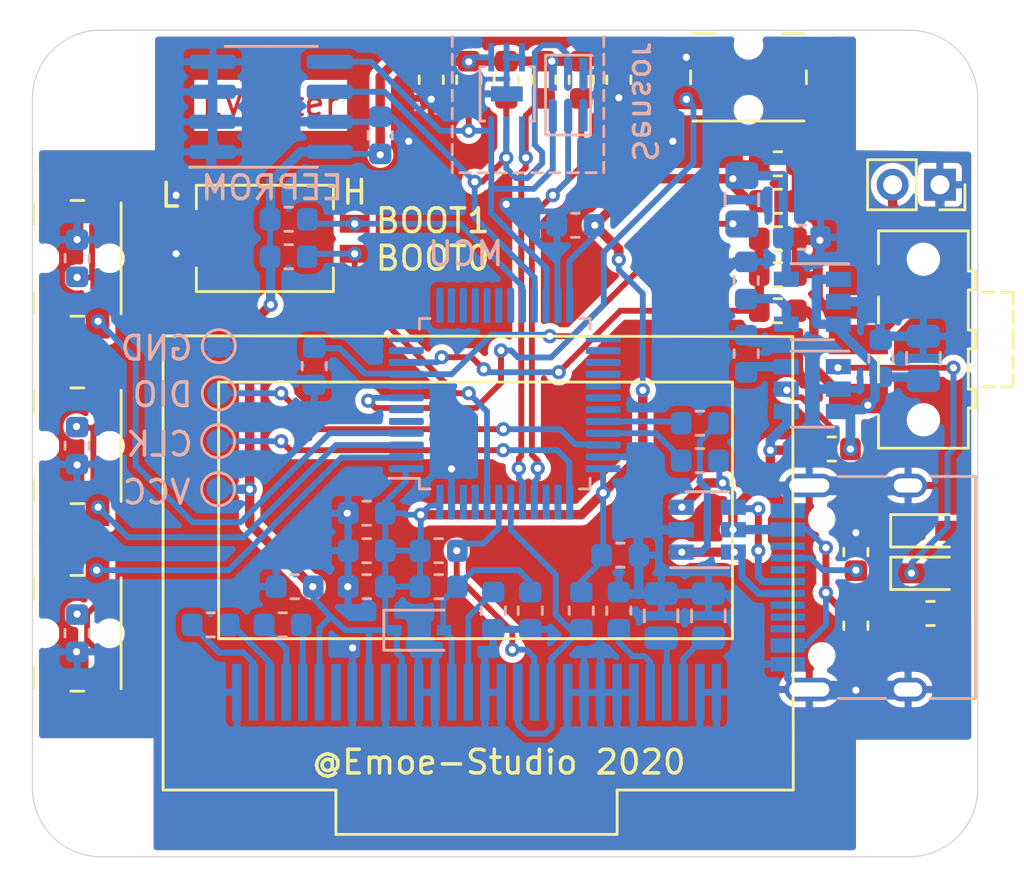
<source format=kicad_pcb>
(kicad_pcb (version 20171130) (host pcbnew "(5.1.5)-2")
  (layers (0 F.Cu signal) (31 B.Cu signal) (34 B.Paste user) (35 F.Paste user) (36 B.SilkS user) (37 F.SilkS user) (38 B.Mask user) (39 F.Mask user) (44 Edge.Cuts user))
  (net 0 "")
  (net 1 GND)
  (net 2 VCC)
  (net 3 VAA)
  (net 4 /KEY3)
  (net 5 "Net-(C9-Pad1)")
  (net 6 /KEY2)
  (net 7 VBUS)
  (net 8 /KEY1)
  (net 9 /VBAT_ADC)
  (net 10 /NRST)
  (net 11 "Net-(C17-Pad2)")
  (net 12 "Net-(C18-Pad2)")
  (net 13 "Net-(C18-Pad1)")
  (net 14 "Net-(C19-Pad2)")
  (net 15 "Net-(C19-Pad1)")
  (net 16 "Net-(C20-Pad1)")
  (net 17 "Net-(C21-Pad1)")
  (net 18 "Net-(C22-Pad1)")
  (net 19 "Net-(D2-Pad2)")
  (net 20 "Net-(D2-Pad1)")
  (net 21 "Net-(D3-Pad1)")
  (net 22 "Net-(J1-Pad2)")
  (net 23 /SWCLK)
  (net 24 /SWDIO)
  (net 25 "Net-(P1-PadA5)")
  (net 26 /USB_DM)
  (net 27 /USB_DP)
  (net 28 "Net-(R7-Pad2)")
  (net 29 /INT_OPT3001)
  (net 30 /INT_TCS34725)
  (net 31 /I2C1_SDA)
  (net 32 /I2C1_SCL)
  (net 33 /BOOT1)
  (net 34 /BOOT0)
  (net 35 /I2C2_SCL)
  (net 36 /I2C2_SDA)
  (net 37 "Net-(R21-Pad1)")
  (net 38 "Net-(R23-Pad1)")
  (net 39 /A7)
  (net 40 /A6)
  (module Button_Switch_SMD:SW_DIP_SPSTx02_Slide_Yourcee_W5.40mm_P1.27mm (layer F.Cu) (at 123.6345 69.469 180)
    (fp_text reference SW6 hide)
    (fp_text value BOOTS)
    (pad 3 smd rect (at 7.62 1.27 180) (size 1.27 0.76) (layers F.Cu F.Paste F.Mask) (net 1 GND))
    (pad 2 smd rect (at 0 1.27 180) (size 1.27 0.76) (layers F.Cu F.Paste F.Mask) (net 33 /BOOT1))
    (pad 4 smd rect (at 7.62 0 180) (size 1.27 0.76) (layers F.Cu F.Paste F.Mask) (net 1 GND))
    (pad 1 smd rect (at 0 0 180) (size 1.27 0.76) (layers F.Cu F.Paste F.Mask) (net 34 /BOOT0))
  )
  (module Package_TO_SOT_SMD:SOT-23-6 (layer B.Cu) (at 138.557 81.153)
    (fp_text reference U1 hide)
    (fp_text value USBLC6-2SC6)
    (pad 5 smd rect (at 1.1 0) (size 1.06 0.65) (layers B.Cu B.Paste B.Mask) (net 7 VBUS))
    (pad 6 smd rect (at 1.1 0.95) (size 1.06 0.65) (layers B.Cu B.Paste B.Mask) (net 39 /A7))
    (pad 4 smd rect (at 1.1 -0.95) (size 1.06 0.65) (layers B.Cu B.Paste B.Mask) (net 40 /A6))
    (pad 3 smd rect (at -1.1 -0.95) (size 1.06 0.65) (layers B.Cu B.Paste B.Mask) (net 40 /A6))
    (pad 2 smd rect (at -1.1 0) (size 1.06 0.65) (layers B.Cu B.Paste B.Mask) (net 1 GND))
    (pad 1 smd rect (at -1.1 0.95) (size 1.06 0.65) (layers B.Cu B.Paste B.Mask) (net 39 /A7))
  )
  (module TestPoint:TestPoint_Pad_D1.0mm (layer B.Cu) (at 117.884 73.381)
    (fp_text reference TP4 hide)
    (fp_text value GND)
    (pad 1 smd circle (at 0 0) (size 1 1) (layers B.Cu B.Mask) (net 1 GND))
  )
  (module TestPoint:TestPoint_Pad_D1.0mm (layer B.Cu) (at 117.884 75.381)
    (fp_text reference TP3 hide)
    (fp_text value SWDIO)
    (pad 1 smd circle (at 0 0) (size 1 1) (layers B.Cu B.Mask) (net 24 /SWDIO))
  )
  (module TestPoint:TestPoint_Pad_D1.0mm (layer B.Cu) (at 117.856 77.4065)
    (fp_text reference TP2 hide)
    (fp_text value SWCLK)
    (pad 1 smd circle (at 0 0) (size 1 1) (layers B.Cu B.Mask) (net 23 /SWCLK))
  )
  (module TestPoint:TestPoint_Pad_D1.0mm (layer B.Cu) (at 117.856 79.4385)
    (fp_text reference TP1 hide)
    (fp_text value VCC)
    (pad 1 smd circle (at 0 0) (size 1 1) (layers B.Cu B.Mask) (net 2 VCC))
  )
  (module Capacitor_SMD:C_0603_1608Metric (layer F.Cu) (at 134.8105 62.103 270)
    (fp_text reference C1 hide)
    (fp_text value 104)
    (pad 2 smd roundrect (at 0.7875 0 270) (size 0.875 0.95) (layers F.Cu F.Paste F.Mask) (net 1 GND))
    (pad 1 smd roundrect (at -0.7875 0 270) (size 0.875 0.95) (layers F.Cu F.Paste F.Mask) (net 2 VCC))
  )
  (module Capacitor_SMD:C_0603_1608Metric (layer F.Cu) (at 126.873 62.103 270)
    (fp_text reference C2 hide)
    (fp_text value 104)
    (pad 2 smd roundrect (at 0.7875 0 270) (size 0.875 0.95) (layers F.Cu F.Paste F.Mask) (net 1 GND))
    (pad 1 smd roundrect (at -0.7875 0 270) (size 0.875 0.95) (layers F.Cu F.Paste F.Mask) (net 2 VCC))
  )
  (module Capacitor_SMD:C_0603_1608Metric (layer B.Cu) (at 124.714 64.4525 90)
    (fp_text reference C3 hide)
    (fp_text value 104)
    (pad 2 smd roundrect (at 0.7875 0 90) (size 0.875 0.95) (layers B.Cu B.Paste B.Mask) (net 1 GND))
    (pad 1 smd roundrect (at -0.7875 0 90) (size 0.875 0.95) (layers B.Cu B.Paste B.Mask) (net 2 VCC))
  )
  (module Capacitor_SMD:C_0603_1608Metric (layer B.Cu) (at 145.9 73.9 90)
    (fp_text reference C7 hide)
    (fp_text value 1uF)
    (pad 2 smd roundrect (at 0.7875 0 90) (size 0.875 0.95) (layers B.Cu B.Paste B.Mask) (net 1 GND))
    (pad 1 smd roundrect (at -0.7875 0 90) (size 0.875 0.95) (layers B.Cu B.Paste B.Mask) (net 3 VAA))
  )
  (module Capacitor_SMD:C_0603_1608Metric (layer B.Cu) (at 111.887 69.6595 90)
    (fp_text reference C8 hide)
    (fp_text value 104)
    (pad 2 smd roundrect (at 0.7875 0 90) (size 0.875 0.95) (layers B.Cu B.Paste B.Mask) (net 1 GND))
    (pad 1 smd roundrect (at -0.7875 0 90) (size 0.875 0.95) (layers B.Cu B.Paste B.Mask) (net 4 /KEY3))
  )
  (module Capacitor_SMD:C_0603_1608Metric (layer B.Cu) (at 140.2 70.6 90)
    (fp_text reference C9 hide)
    (fp_text value 22nF)
    (pad 2 smd roundrect (at 0.7875 0 90) (size 0.875 0.95) (layers B.Cu B.Paste B.Mask) (net 1 GND))
    (pad 1 smd roundrect (at -0.7875 0 90) (size 0.875 0.95) (layers B.Cu B.Paste B.Mask) (net 5 "Net-(C9-Pad1)"))
  )
  (module Capacitor_SMD:C_0805_2012Metric (layer B.Cu) (at 147.7 73.9 90)
    (fp_text reference C10 hide)
    (fp_text value 10uF)
    (pad 2 smd roundrect (at 0.9375 0 90) (size 0.975 1.4) (layers B.Cu B.Paste B.Mask) (net 1 GND))
    (pad 1 smd roundrect (at -0.9375 0 90) (size 0.975 1.4) (layers B.Cu B.Paste B.Mask) (net 3 VAA))
  )
  (module Capacitor_SMD:C_0603_1608Metric (layer B.Cu) (at 111.887 77.597 270)
    (fp_text reference C11 hide)
    (fp_text value 104)
    (pad 2 smd roundrect (at 0.7875 0 270) (size 0.875 0.95) (layers B.Cu B.Paste B.Mask) (net 1 GND))
    (pad 1 smd roundrect (at -0.7875 0 270) (size 0.875 0.95) (layers B.Cu B.Paste B.Mask) (net 6 /KEY2))
  )
  (module Capacitor_SMD:C_0603_1608Metric (layer F.Cu) (at 144.8435 85.217 270)
    (fp_text reference C12 hide)
    (fp_text value 1uF)
    (pad 2 smd roundrect (at 0.7875 0 270) (size 0.875 0.95) (layers F.Cu F.Paste F.Mask) (net 1 GND))
    (pad 1 smd roundrect (at -0.7875 0 270) (size 0.875 0.95) (layers F.Cu F.Paste F.Mask) (net 7 VBUS))
  )
  (module Capacitor_SMD:C_0603_1608Metric (layer B.Cu) (at 142.5575 68.7705)
    (fp_text reference C13 hide)
    (fp_text value 104)
    (pad 2 smd roundrect (at 0.7875 0) (size 0.875 0.95) (layers B.Cu B.Paste B.Mask) (net 1 GND))
    (pad 1 smd roundrect (at -0.7875 0) (size 0.875 0.95) (layers B.Cu B.Paste B.Mask) (net 2 VCC))
  )
  (module Capacitor_SMD:C_0603_1608Metric (layer B.Cu) (at 111.887 85.5345 270)
    (fp_text reference C14 hide)
    (fp_text value 104)
    (pad 2 smd roundrect (at 0.7875 0 270) (size 0.875 0.95) (layers B.Cu B.Paste B.Mask) (net 1 GND))
    (pad 1 smd roundrect (at -0.7875 0 270) (size 0.875 0.95) (layers B.Cu B.Paste B.Mask) (net 8 /KEY1))
  )
  (module Capacitor_SMD:C_0603_1608Metric (layer F.Cu) (at 141.5415 68.834)
    (fp_text reference C15 hide)
    (fp_text value 104)
    (pad 2 smd roundrect (at 0.7875 0) (size 0.875 0.95) (layers F.Cu F.Paste F.Mask) (net 1 GND))
    (pad 1 smd roundrect (at -0.7875 0) (size 0.875 0.95) (layers F.Cu F.Paste F.Mask) (net 9 /VBAT_ADC))
  )
  (module Capacitor_SMD:C_0603_1608Metric (layer F.Cu) (at 141.5415 65.659 180)
    (fp_text reference C16 hide)
    (fp_text value 104)
    (pad 2 smd roundrect (at 0.7875 0 180) (size 0.875 0.95) (layers F.Cu F.Paste F.Mask) (net 1 GND))
    (pad 1 smd roundrect (at -0.7875 0 180) (size 0.875 0.95) (layers F.Cu F.Paste F.Mask) (net 10 /NRST))
  )
  (module Capacitor_SMD:C_0603_1608Metric (layer B.Cu) (at 131.064 84.582 90)
    (fp_text reference C17 hide)
    (fp_text value 1uF)
    (pad 2 smd roundrect (at 0.7875 0 90) (size 0.875 0.95) (layers B.Cu B.Paste B.Mask) (net 11 "Net-(C17-Pad2)"))
    (pad 1 smd roundrect (at -0.7875 0 90) (size 0.875 0.95) (layers B.Cu B.Paste B.Mask) (net 1 GND))
  )
  (module Capacitor_SMD:C_0603_1608Metric (layer B.Cu) (at 117.5385 85.1825)
    (fp_text reference C18 hide)
    (fp_text value 1uF)
    (pad 2 smd roundrect (at 0.7875 0) (size 0.875 0.95) (layers B.Cu B.Paste B.Mask) (net 12 "Net-(C18-Pad2)"))
    (pad 1 smd roundrect (at -0.7875 0) (size 0.875 0.95) (layers B.Cu B.Paste B.Mask) (net 13 "Net-(C18-Pad1)"))
  )
  (module Capacitor_SMD:C_0603_1608Metric (layer B.Cu) (at 120.5865 85.1825 180)
    (fp_text reference C19 hide)
    (fp_text value 1uF)
    (pad 2 smd roundrect (at 0.7875 0 180) (size 0.875 0.95) (layers B.Cu B.Paste B.Mask) (net 14 "Net-(C19-Pad2)"))
    (pad 1 smd roundrect (at -0.7875 0 180) (size 0.875 0.95) (layers B.Cu B.Paste B.Mask) (net 15 "Net-(C19-Pad1)"))
  )
  (module Capacitor_SMD:C_0805_2012Metric (layer B.Cu) (at 136.6 84.8 90)
    (fp_text reference C20 hide)
    (fp_text value 4.7uF)
    (pad 2 smd roundrect (at 0.9375 0 90) (size 0.975 1.4) (layers B.Cu B.Paste B.Mask) (net 1 GND))
    (pad 1 smd roundrect (at -0.9375 0 90) (size 0.975 1.4) (layers B.Cu B.Paste B.Mask) (net 16 "Net-(C20-Pad1)"))
  )
  (module Capacitor_SMD:C_0805_2012Metric (layer B.Cu) (at 138.6 84.8 90)
    (fp_text reference C21 hide)
    (fp_text value 2.2uF)
    (pad 2 smd roundrect (at 0.9375 0 90) (size 0.975 1.4) (layers B.Cu B.Paste B.Mask) (net 1 GND))
    (pad 1 smd roundrect (at -0.9375 0 90) (size 0.975 1.4) (layers B.Cu B.Paste B.Mask) (net 17 "Net-(C21-Pad1)"))
  )
  (module Capacitor_SMD:C_0603_1608Metric (layer B.Cu) (at 121.92 74.2315 270)
    (fp_text reference C22 hide)
    (fp_text value 104)
    (pad 2 smd roundrect (at 0.7875 0 270) (size 0.875 0.95) (layers B.Cu B.Paste B.Mask) (net 1 GND))
    (pad 1 smd roundrect (at -0.7875 0 270) (size 0.875 0.95) (layers B.Cu B.Paste B.Mask) (net 18 "Net-(C22-Pad1)"))
  )
  (module Capacitor_SMD:C_0603_1608Metric (layer B.Cu) (at 124.1425 80.4545 180)
    (fp_text reference C23 hide)
    (fp_text value 104)
    (pad 2 smd roundrect (at 0.7875 0 180) (size 0.875 0.95) (layers B.Cu B.Paste B.Mask) (net 1 GND))
    (pad 1 smd roundrect (at -0.7875 0 180) (size 0.875 0.95) (layers B.Cu B.Paste B.Mask) (net 2 VCC))
  )
  (module Capacitor_SMD:C_0603_1608Metric (layer B.Cu) (at 121.0945 83.566)
    (fp_text reference C24 hide)
    (fp_text value 1uF)
    (pad 2 smd roundrect (at 0.7875 0) (size 0.875 0.95) (layers B.Cu B.Paste B.Mask) (net 2 VCC))
    (pad 1 smd roundrect (at -0.7875 0) (size 0.875 0.95) (layers B.Cu B.Paste B.Mask) (net 1 GND))
  )
  (module Capacitor_SMD:C_0603_1608Metric (layer B.Cu) (at 132.969 68.2625 180)
    (fp_text reference C25 hide)
    (fp_text value 104)
    (pad 2 smd roundrect (at 0.7875 0 180) (size 0.875 0.95) (layers B.Cu B.Paste B.Mask) (net 1 GND))
    (pad 1 smd roundrect (at -0.7875 0 180) (size 0.875 0.95) (layers B.Cu B.Paste B.Mask) (net 2 VCC))
  )
  (module Capacitor_SMD:C_0603_1608Metric (layer B.Cu) (at 124.1425 83.566)
    (fp_text reference C26 hide)
    (fp_text value 1uF)
    (pad 2 smd roundrect (at 0.7875 0) (size 0.875 0.95) (layers B.Cu B.Paste B.Mask) (net 2 VCC))
    (pad 1 smd roundrect (at -0.7875 0) (size 0.875 0.95) (layers B.Cu B.Paste B.Mask) (net 1 GND))
  )
  (module Capacitor_SMD:C_0603_1608Metric (layer B.Cu) (at 124.1425 82.042 180)
    (fp_text reference C27 hide)
    (fp_text value 104)
    (pad 2 smd roundrect (at 0.7875 0 180) (size 0.875 0.95) (layers B.Cu B.Paste B.Mask) (net 1 GND))
    (pad 1 smd roundrect (at -0.7875 0 180) (size 0.875 0.95) (layers B.Cu B.Paste B.Mask) (net 2 VCC))
  )
  (module Capacitor_SMD:C_0603_1608Metric (layer B.Cu) (at 134.874 82.2325)
    (fp_text reference C28 hide)
    (fp_text value 104)
    (pad 2 smd roundrect (at 0.7875 0) (size 0.875 0.95) (layers B.Cu B.Paste B.Mask) (net 1 GND))
    (pad 1 smd roundrect (at -0.7875 0) (size 0.875 0.95) (layers B.Cu B.Paste B.Mask) (net 2 VCC))
  )
  (module LED_SMD:LED_0603_1608Metric_Castellated (layer F.Cu) (at 148 81.2)
    (fp_text reference D2 hide)
    (fp_text value LED)
    (pad 2 smd roundrect (at 0.8125 0) (size 1.225 0.85) (layers F.Cu F.Paste F.Mask) (net 19 "Net-(D2-Pad2)"))
    (pad 1 smd roundrect (at -0.8125 0) (size 1.225 0.85) (layers F.Cu F.Paste F.Mask) (net 20 "Net-(D2-Pad1)"))
  )
  (module LED_SMD:LED_0603_1608Metric_Castellated (layer F.Cu) (at 148 83)
    (fp_text reference D3 hide)
    (fp_text value LED)
    (pad 2 smd roundrect (at 0.8125 0) (size 1.225 0.85) (layers F.Cu F.Paste F.Mask) (net 19 "Net-(D2-Pad2)"))
    (pad 1 smd roundrect (at -0.8125 0) (size 1.225 0.85) (layers F.Cu F.Paste F.Mask) (net 21 "Net-(D3-Pad1)"))
  )
  (module Connector_PinSocket_2.00mm:PinSocket_1x02_P2.00mm_Vertical (layer F.Cu) (at 148.3995 66.548 270)
    (fp_text reference J1 hide)
    (fp_text value BAT)
    (pad 2 thru_hole oval (at 0 2 270) (size 1.35 1.35) (drill 0.8) (layers *.Cu *.Mask) (net 22 "Net-(J1-Pad2)"))
    (pad 1 thru_hole rect (at 0 0 270) (size 1.35 1.35) (drill 0.8) (layers *.Cu *.Mask) (net 1 GND))
  )
  (module Inductor_SMD:L_0805_2012Metric_Pad1.15x1.40mm_HandSolder (layer B.Cu) (at 140.0175 67.183 90)
    (fp_text reference L2 hide)
    (fp_text value 10uH)
    (pad 2 smd roundrect (at 1.025 0 90) (size 1.15 1.4) (layers B.Cu B.Paste B.Mask) (roundrect_rratio 0.217391) (net 2 VCC))
    (pad 1 smd roundrect (at -1.025 0 90) (size 1.15 1.4) (layers B.Cu B.Paste B.Mask) (roundrect_rratio 0.217391) (net 18 "Net-(C22-Pad1)"))
  )
  (module Connector_USB:USB_C_Receptacle_HRO_TYPE-C-31-M-12 (layer B.Cu) (at 146 83.6 270)
    (fp_text reference P1 hide)
    (fp_text value USB_C_Plug_USB2.0)
    (pad B1 smd rect (at 3.25 4.045 270) (size 0.6 1.45) (layers B.Cu B.Paste B.Mask) (net 1 GND))
    (pad A9 smd rect (at 2.45 4.045 270) (size 0.6 1.45) (layers B.Cu B.Paste B.Mask) (net 7 VBUS))
    (pad B9 smd rect (at -2.45 4.045 270) (size 0.6 1.45) (layers B.Cu B.Paste B.Mask) (net 7 VBUS))
    (pad B12 smd rect (at -3.25 4.045 270) (size 0.6 1.45) (layers B.Cu B.Paste B.Mask) (net 1 GND))
    (pad A1 smd rect (at -3.25 4.045 270) (size 0.6 1.45) (layers B.Cu B.Paste B.Mask) (net 1 GND))
    (pad A4 smd rect (at -2.45 4.045 270) (size 0.6 1.45) (layers B.Cu B.Paste B.Mask) (net 7 VBUS))
    (pad B4 smd rect (at 2.45 4.045 270) (size 0.6 1.45) (layers B.Cu B.Paste B.Mask) (net 7 VBUS))
    (pad A12 smd rect (at 3.25 4.045 270) (size 0.6 1.45) (layers B.Cu B.Paste B.Mask) (net 1 GND))
    (pad B8 smd rect (at -1.75 4.045 270) (size 0.3 1.45) (layers B.Cu B.Paste B.Mask))
    (pad A5 smd rect (at -1.25 4.045 270) (size 0.3 1.45) (layers B.Cu B.Paste B.Mask) (net 25 "Net-(P1-PadA5)"))
    (pad B7 smd rect (at -0.75 4.045 270) (size 0.3 1.45) (layers B.Cu B.Paste B.Mask))
    (pad A7 smd rect (at 0.25 4.045 270) (size 0.3 1.45) (layers B.Cu B.Paste B.Mask) (net 39 /A7))
    (pad B6 smd rect (at 0.75 4.045 270) (size 0.3 1.45) (layers B.Cu B.Paste B.Mask))
    (pad A8 smd rect (at 1.25 4.045 270) (size 0.3 1.45) (layers B.Cu B.Paste B.Mask))
    (pad B5 smd rect (at 1.75 4.045 270) (size 0.3 1.45) (layers B.Cu B.Paste B.Mask))
    (pad A6 smd rect (at -0.25 4.045 270) (size 0.3 1.45) (layers B.Cu B.Paste B.Mask) (net 40 /A6))
    (pad S1 thru_hole oval (at 4.32 3.13 270) (size 1 2.1) (drill oval 0.6 1.7) (layers *.Cu *.Mask) (net 1 GND))
    (pad S1 thru_hole oval (at -4.32 3.13 270) (size 1 2.1) (drill oval 0.6 1.7) (layers *.Cu *.Mask) (net 1 GND))
    (pad "" np_thru_hole circle (at -2.89 2.6 270) (size 0.65 0.65) (drill 0.65) (layers *.Cu *.Mask))
    (pad S1 thru_hole oval (at -4.32 -1.05 270) (size 1 1.6) (drill oval 0.6 1.2) (layers *.Cu *.Mask) (net 1 GND))
    (pad "" np_thru_hole circle (at 2.89 2.6 270) (size 0.65 0.65) (drill 0.65) (layers *.Cu *.Mask))
    (pad S1 thru_hole oval (at 4.32 -1.05 270) (size 1 1.6) (drill oval 0.6 1.2) (layers *.Cu *.Mask) (net 1 GND))
  )
  (module Resistor_SMD:R_0603_1608Metric (layer B.Cu) (at 138.2395 76.6445)
    (fp_text reference R1 hide)
    (fp_text value 22)
    (pad 2 smd roundrect (at 0.7875 0) (size 0.875 0.95) (layers B.Cu B.Paste B.Mask) (net 39 /A7))
    (pad 1 smd roundrect (at -0.7875 0) (size 0.875 0.95) (layers B.Cu B.Paste B.Mask) (net 26 /USB_DM))
  )
  (module Resistor_SMD:R_0603_1608Metric (layer B.Cu) (at 138.2395 78.232)
    (fp_text reference R2 hide)
    (fp_text value 22)
    (pad 2 smd roundrect (at 0.7875 0) (size 0.875 0.95) (layers B.Cu B.Paste B.Mask) (net 40 /A6))
    (pad 1 smd roundrect (at -0.7875 0) (size 0.875 0.95) (layers B.Cu B.Paste B.Mask) (net 27 /USB_DP))
  )
  (module Resistor_SMD:R_0603_1608Metric (layer F.Cu) (at 148 84.7 180)
    (fp_text reference R5 hide)
    (fp_text value 1k)
    (pad 2 smd roundrect (at 0.7875 0 180) (size 0.875 0.95) (layers F.Cu F.Paste F.Mask) (net 7 VBUS))
    (pad 1 smd roundrect (at -0.7875 0 180) (size 0.875 0.95) (layers F.Cu F.Paste F.Mask) (net 19 "Net-(D2-Pad2)"))
  )
  (module Resistor_SMD:R_0603_1608Metric (layer F.Cu) (at 143.8255 77.7365 180)
    (fp_text reference R6 hide)
    (fp_text value 100k)
    (pad 2 smd roundrect (at 0.7875 0 180) (size 0.875 0.95) (layers F.Cu F.Paste F.Mask) (net 7 VBUS))
    (pad 1 smd roundrect (at -0.7875 0 180) (size 0.875 0.95) (layers F.Cu F.Paste F.Mask) (net 3 VAA))
  )
  (module Resistor_SMD:R_0603_1608Metric (layer B.Cu) (at 140.2 73.7 270)
    (fp_text reference R7 hide)
    (fp_text value 2k)
    (pad 2 smd roundrect (at 0.7875 0 270) (size 0.875 0.95) (layers B.Cu B.Paste B.Mask) (net 28 "Net-(R7-Pad2)"))
    (pad 1 smd roundrect (at -0.7875 0 270) (size 0.875 0.95) (layers B.Cu B.Paste B.Mask) (net 1 GND))
  )
  (module Resistor_SMD:R_0603_1608Metric (layer F.Cu) (at 131.6355 62.103 270)
    (fp_text reference R8 hide)
    (fp_text value 10k)
    (pad 2 smd roundrect (at 0.7875 0 270) (size 0.875 0.95) (layers F.Cu F.Paste F.Mask) (net 29 /INT_OPT3001))
    (pad 1 smd roundrect (at -0.7875 0 270) (size 0.875 0.95) (layers F.Cu F.Paste F.Mask) (net 2 VCC))
  )
  (module Resistor_SMD:R_0603_1608Metric (layer F.Cu) (at 133.223 62.103 270)
    (fp_text reference R9 hide)
    (fp_text value 10k)
    (pad 2 smd roundrect (at 0.7875 0 270) (size 0.875 0.95) (layers F.Cu F.Paste F.Mask) (net 30 /INT_TCS34725))
    (pad 1 smd roundrect (at -0.7875 0 270) (size 0.875 0.95) (layers F.Cu F.Paste F.Mask) (net 2 VCC))
  )
  (module Resistor_SMD:R_0603_1608Metric (layer F.Cu) (at 128.4605 62.103 270)
    (fp_text reference R10 hide)
    (fp_text value 10k)
    (pad 2 smd roundrect (at 0.7875 0 270) (size 0.875 0.95) (layers F.Cu F.Paste F.Mask) (net 36 /I2C2_SDA))
    (pad 1 smd roundrect (at -0.7875 0 270) (size 0.875 0.95) (layers F.Cu F.Paste F.Mask) (net 2 VCC))
  )
  (module Resistor_SMD:R_0603_1608Metric (layer F.Cu) (at 130.048 62.103 270)
    (fp_text reference R11 hide)
    (fp_text value 10k)
    (pad 2 smd roundrect (at 0.7875 0 270) (size 0.875 0.95) (layers F.Cu F.Paste F.Mask) (net 35 /I2C2_SCL))
    (pad 1 smd roundrect (at -0.7875 0 270) (size 0.875 0.95) (layers F.Cu F.Paste F.Mask) (net 2 VCC))
  )
  (module Resistor_SMD:R_0603_1608Metric (layer F.Cu) (at 141.5415 71.882)
    (fp_text reference R12 hide)
    (fp_text value 47k)
    (pad 2 smd roundrect (at 0.7875 0) (size 0.875 0.95) (layers F.Cu F.Paste F.Mask) (net 3 VAA))
    (pad 1 smd roundrect (at -0.7875 0) (size 0.875 0.95) (layers F.Cu F.Paste F.Mask) (net 9 /VBAT_ADC))
  )
  (module Resistor_SMD:R_0603_1608Metric (layer F.Cu) (at 141.5415 70.358 180)
    (fp_text reference R13 hide)
    (fp_text value 47k)
    (pad 2 smd roundrect (at 0.7875 0 180) (size 0.875 0.95) (layers F.Cu F.Paste F.Mask) (net 9 /VBAT_ADC))
    (pad 1 smd roundrect (at -0.7875 0 180) (size 0.875 0.95) (layers F.Cu F.Paste F.Mask) (net 1 GND))
  )
  (module Resistor_SMD:R_0603_1608Metric (layer B.Cu) (at 120.8405 68.0085)
    (fp_text reference R14 hide)
    (fp_text value 100k)
    (pad 2 smd roundrect (at 0.7875 0) (size 0.875 0.95) (layers B.Cu B.Paste B.Mask) (net 33 /BOOT1))
    (pad 1 smd roundrect (at -0.7875 0) (size 0.875 0.95) (layers B.Cu B.Paste B.Mask) (net 2 VCC))
  )
  (module Resistor_SMD:R_0603_1608Metric (layer B.Cu) (at 120.8405 69.596)
    (fp_text reference R15 hide)
    (fp_text value 100k)
    (pad 2 smd roundrect (at 0.7875 0) (size 0.875 0.95) (layers B.Cu B.Paste B.Mask) (net 34 /BOOT0))
    (pad 1 smd roundrect (at -0.7875 0) (size 0.875 0.95) (layers B.Cu B.Paste B.Mask) (net 2 VCC))
  )
  (module Resistor_SMD:R_0603_1608Metric (layer F.Cu) (at 141.5415 67.2465)
    (fp_text reference R16 hide)
    (fp_text value 2.2K)
    (pad 2 smd roundrect (at 0.7875 0) (size 0.875 0.95) (layers F.Cu F.Paste F.Mask) (net 10 /NRST))
    (pad 1 smd roundrect (at -0.7875 0) (size 0.875 0.95) (layers F.Cu F.Paste F.Mask) (net 2 VCC))
  )
  (module Resistor_SMD:R_0603_1608Metric (layer B.Cu) (at 133.223 84.582 270)
    (fp_text reference R19 hide)
    (fp_text value 4.7k)
    (pad 2 smd roundrect (at 0.7875 0 270) (size 0.875 0.95) (layers B.Cu B.Paste B.Mask) (net 32 /I2C1_SCL))
    (pad 1 smd roundrect (at -0.7875 0 270) (size 0.875 0.95) (layers B.Cu B.Paste B.Mask) (net 2 VCC))
  )
  (module Resistor_SMD:R_0603_1608Metric (layer B.Cu) (at 127.1905 82.042)
    (fp_text reference R20 hide)
    (fp_text value 4.7k)
    (pad 2 smd roundrect (at 0.7875 0) (size 0.875 0.95) (layers B.Cu B.Paste B.Mask) (net 31 /I2C1_SDA))
    (pad 1 smd roundrect (at -0.7875 0) (size 0.875 0.95) (layers B.Cu B.Paste B.Mask) (net 2 VCC))
  )
  (module Resistor_SMD:R_0603_1608Metric (layer B.Cu) (at 129.5 84.582 270)
    (fp_text reference R21 hide)
    (fp_text value 4.7k)
    (pad 2 smd roundrect (at 0.7875 0 270) (size 0.875 0.95) (layers B.Cu B.Paste B.Mask) (net 1 GND))
    (pad 1 smd roundrect (at -0.7875 0 270) (size 0.875 0.95) (layers B.Cu B.Paste B.Mask) (net 37 "Net-(R21-Pad1)"))
  )
  (module Resistor_SMD:R_0603_1608Metric (layer B.Cu) (at 127.1905 83.566 180)
    (fp_text reference R22 hide)
    (fp_text value 4.7k)
    (pad 2 smd roundrect (at 0.7875 0 180) (size 0.875 0.95) (layers B.Cu B.Paste B.Mask) (net 2 VCC))
    (pad 1 smd roundrect (at -0.7875 0 180) (size 0.875 0.95) (layers B.Cu B.Paste B.Mask) (net 11 "Net-(C17-Pad2)"))
  )
  (module Resistor_SMD:R_0603_1608Metric (layer B.Cu) (at 134.8105 84.582 90)
    (fp_text reference R23 hide)
    (fp_text value 910k)
    (pad 2 smd roundrect (at 0.7875 0 90) (size 0.875 0.95) (layers B.Cu B.Paste B.Mask) (net 1 GND))
    (pad 1 smd roundrect (at -0.7875 0 90) (size 0.875 0.95) (layers B.Cu B.Paste B.Mask) (net 38 "Net-(R23-Pad1)"))
  )
  (module Resistor_SMD:R_0603_1608Metric (layer F.Cu) (at 144.8435 82.1 270)
    (fp_text reference R24 hide)
    (fp_text value 1k)
    (pad 2 smd roundrect (at 0.7875 0 270) (size 0.875 0.95) (layers F.Cu F.Paste F.Mask) (net 25 "Net-(P1-PadA5)"))
    (pad 1 smd roundrect (at -0.7875 0 270) (size 0.875 0.95) (layers F.Cu F.Paste F.Mask) (net 1 GND))
  )
  (module Button_Switch_SMD:SW_SPDT_CK-JS102011SAQN (layer F.Cu) (at 147.7 73.1 90)
    (fp_text reference SW1 hide)
    (fp_text value Power_Switch)
    (pad "" np_thru_hole circle (at 3.4 0 90) (size 0.9 0.9) (drill 0.9) (layers *.Cu *.Mask))
    (pad "" np_thru_hole circle (at -3.4 0 90) (size 0.9 0.9) (drill 0.9) (layers *.Cu *.Mask))
    (pad 3 smd rect (at 2.5 -2.75 90) (size 1.25 2.5) (layers F.Cu F.Paste F.Mask))
    (pad 2 smd rect (at 0 -2.75 90) (size 1.25 2.5) (layers F.Cu F.Paste F.Mask) (net 22 "Net-(J1-Pad2)"))
    (pad 1 smd rect (at -2.5 -2.75 90) (size 1.25 2.5) (layers F.Cu F.Paste F.Mask) (net 3 VAA))
  )
  (module Button_Switch_SMD:Panasonic_EVQPUL_EVQPUC (layer F.Cu) (at 111.9 85.5385 90)
    (fp_text reference SW2 hide)
    (fp_text value KEY1)
    (pad "" np_thru_hole circle (at 0 -1.375 270) (size 0.75 0.75) (drill 0.75) (layers *.Cu *.Mask))
    (pad "" np_thru_hole circle (at 0 1.375 270) (size 0.75 0.75) (drill 0.75) (layers *.Cu *.Mask))
    (pad 1 smd rect (at 2.625 -0.85 270) (size 1.55 1) (layers F.Cu F.Paste F.Mask) (net 1 GND))
    (pad 1 smd rect (at -2.625 -0.85 270) (size 1.55 1) (layers F.Cu F.Paste F.Mask) (net 1 GND))
    (pad 2 smd rect (at -2.625 0.85 270) (size 1.55 1) (layers F.Cu F.Paste F.Mask) (net 8 /KEY1))
    (pad 2 smd rect (at 2.625 0.85 270) (size 1.55 1) (layers F.Cu F.Paste F.Mask) (net 8 /KEY1))
  )
  (module Button_Switch_SMD:Panasonic_EVQPUL_EVQPUC (layer F.Cu) (at 111.9 77.6 90)
    (fp_text reference SW3 hide)
    (fp_text value KEY2)
    (pad "" np_thru_hole circle (at 0 -1.375 270) (size 0.75 0.75) (drill 0.75) (layers *.Cu *.Mask))
    (pad "" np_thru_hole circle (at 0 1.375 270) (size 0.75 0.75) (drill 0.75) (layers *.Cu *.Mask))
    (pad 1 smd rect (at 2.625 -0.85 270) (size 1.55 1) (layers F.Cu F.Paste F.Mask) (net 1 GND))
    (pad 1 smd rect (at -2.625 -0.85 270) (size 1.55 1) (layers F.Cu F.Paste F.Mask) (net 1 GND))
    (pad 2 smd rect (at -2.625 0.85 270) (size 1.55 1) (layers F.Cu F.Paste F.Mask) (net 6 /KEY2))
    (pad 2 smd rect (at 2.625 0.85 270) (size 1.55 1) (layers F.Cu F.Paste F.Mask) (net 6 /KEY2))
  )
  (module Button_Switch_SMD:Panasonic_EVQPUL_EVQPUC (layer F.Cu) (at 111.9 69.6615 90)
    (fp_text reference SW4 hide)
    (fp_text value KEY3)
    (pad "" np_thru_hole circle (at 0 -1.375 270) (size 0.75 0.75) (drill 0.75) (layers *.Cu *.Mask))
    (pad "" np_thru_hole circle (at 0 1.375 270) (size 0.75 0.75) (drill 0.75) (layers *.Cu *.Mask))
    (pad 1 smd rect (at 2.625 -0.85 270) (size 1.55 1) (layers F.Cu F.Paste F.Mask) (net 1 GND))
    (pad 1 smd rect (at -2.625 -0.85 270) (size 1.55 1) (layers F.Cu F.Paste F.Mask) (net 1 GND))
    (pad 2 smd rect (at -2.625 0.85 270) (size 1.55 1) (layers F.Cu F.Paste F.Mask) (net 4 /KEY3))
    (pad 2 smd rect (at 2.625 0.85 270) (size 1.55 1) (layers F.Cu F.Paste F.Mask) (net 4 /KEY3))
  )
  (module Button_Switch_SMD:Panasonic_EVQPUL_EVQPUC (layer F.Cu) (at 140.3 62)
    (fp_text reference SW5 hide)
    (fp_text value KEY_RST)
    (pad "" np_thru_hole circle (at 0 -1.375 180) (size 0.75 0.75) (drill 0.75) (layers *.Cu *.Mask))
    (pad "" np_thru_hole circle (at 0 1.375 180) (size 0.75 0.75) (drill 0.75) (layers *.Cu *.Mask))
    (pad 1 smd rect (at 2.625 -0.85 180) (size 1.55 1) (layers F.Cu F.Paste F.Mask) (net 1 GND))
    (pad 1 smd rect (at -2.625 -0.85 180) (size 1.55 1) (layers F.Cu F.Paste F.Mask) (net 1 GND))
    (pad 2 smd rect (at -2.625 0.85 180) (size 1.55 1) (layers F.Cu F.Paste F.Mask) (net 10 /NRST))
    (pad 2 smd rect (at 2.625 0.85 180) (size 1.55 1) (layers F.Cu F.Paste F.Mask) (net 10 /NRST))
  )
  (module Sensor:TSL2591_DFN6 (layer B.Cu) (at 132.6515 62.738 270)
    (fp_text reference U2 hide)
    (fp_text value TCS34725)
    (pad 1 smd rect (at -0.8636 0.635 270) (size 1.4 0.35) (layers B.Cu B.Paste B.Mask) (net 2 VCC))
    (pad 6 smd custom (at 0.3302 0.635 270) (size 0.35 0.35) (layers B.Cu B.Paste B.Mask) (net 36 /I2C2_SDA) (options (clearance outline) (anchor circle)) (primitives (gr_circle (center 0 0) (end 0.175 0) (width 0)) (gr_poly (pts (xy 0 -0.175) (xy 0 0.175) (xy 1.225 0.175) (xy 1.225 -0.175)) (width 0))))
    (pad 5 smd custom (at 0.3302 -0.015 270) (size 0.35 0.35) (layers B.Cu B.Paste B.Mask) (net 30 /INT_TCS34725) (options (clearance outline) (anchor circle)) (primitives (gr_circle (center 0 0) (end 0.175 0) (width 0)) (gr_poly (pts (xy 0 -0.175) (xy 0 0.175) (xy 1.225 0.175) (xy 1.225 -0.175)) (width 0))))
    (pad 4 smd custom (at 0.3302 -0.665 270) (size 0.35 0.35) (layers B.Cu B.Paste B.Mask) (options (clearance outline) (anchor circle)) (primitives (gr_circle (center 0 0) (end 0.175 0) (width 0)) (gr_poly (pts (xy 0 -0.175) (xy 0 0.175) (xy 1.225 0.175) (xy 1.225 -0.175)) (width 0))))
    (pad 2 smd custom (at -0.3386 -0.015 90) (size 0.35 0.35) (layers B.Cu B.Paste B.Mask) (net 35 /I2C2_SCL) (options (clearance outline) (anchor circle)) (primitives (gr_circle (center 0 0) (end 0.175 0) (width 0)) (gr_poly (pts (xy 0 -0.175) (xy 0 0.175) (xy 1.225 0.175) (xy 1.225 -0.175)) (width 0))))
    (pad 3 smd custom (at -0.3386 -0.665 90) (size 0.35 0.35) (layers B.Cu B.Paste B.Mask) (net 1 GND) (options (clearance outline) (anchor circle)) (primitives (gr_circle (center 0 0) (end 0.175 0) (width 0)) (gr_poly (pts (xy 0 -0.175) (xy 0 0.175) (xy 1.225 0.175) (xy 1.225 -0.175)) (width 0))))
  )
  (module Package_SON:USON-6 (layer B.Cu) (at 129.413 61.1505 270)
    (fp_text reference U4 hide)
    (fp_text value OPT3001)
    (pad 6 smd rect (at 3.1 0 270) (size 1.2 0.25) (layers B.Cu B.Paste B.Mask) (net 36 /I2C2_SDA))
    (pad 4 smd rect (at 3.1 -1.3 270) (size 1.2 0.25) (layers B.Cu B.Paste B.Mask) (net 29 /INT_OPT3001))
    (pad 5 smd rect (at 3.1 -0.65 270) (size 1.2 0.25) (layers B.Cu B.Paste B.Mask) (net 35 /I2C2_SCL))
    (pad 7 smd rect (at 1.55 -0.6604 270) (size 0.65 1.35) (layers B.Cu B.Paste B.Mask) (net 1 GND))
    (pad 3 smd rect (at 0 -1.3 270) (size 1.2 0.25) (layers B.Cu B.Paste B.Mask) (net 1 GND))
    (pad 2 smd rect (at 0 -0.65 270) (size 1.2 0.25) (layers B.Cu B.Paste B.Mask) (net 1 GND))
    (pad 1 smd rect (at 0 0 270) (size 1.2 0.25) (layers B.Cu B.Paste B.Mask) (net 2 VCC))
  )
  (module Package_TO_SOT_SMD:SOT-23-6 (layer B.Cu) (at 143 75.2 180)
    (fp_text reference U5 hide)
    (fp_text value TP4057 hide)
    (pad 5 smd rect (at 1.1 0 180) (size 1.06 0.65) (layers B.Cu B.Paste B.Mask) (net 20 "Net-(D2-Pad1)"))
    (pad 6 smd rect (at 1.1 0.95 180) (size 1.06 0.65) (layers B.Cu B.Paste B.Mask) (net 28 "Net-(R7-Pad2)"))
    (pad 4 smd rect (at 1.1 -0.95 180) (size 1.06 0.65) (layers B.Cu B.Paste B.Mask) (net 7 VBUS))
    (pad 3 smd rect (at -1.1 -0.95 180) (size 1.06 0.65) (layers B.Cu B.Paste B.Mask) (net 3 VAA))
    (pad 2 smd rect (at -1.1 0 180) (size 1.06 0.65) (layers B.Cu B.Paste B.Mask) (net 1 GND))
    (pad 1 smd rect (at -1.1 0.95 180) (size 1.06 0.65) (layers B.Cu B.Paste B.Mask) (net 21 "Net-(D3-Pad1)"))
  )
  (module Package_TO_SOT_SMD:SOT-23-5 (layer B.Cu) (at 143 71.5 180)
    (fp_text reference U6 hide)
    (fp_text value RT9193-3.3 hide)
    (pad 5 smd rect (at 1.1 0.95 180) (size 1.06 0.65) (layers B.Cu B.Paste B.Mask) (net 2 VCC))
    (pad 4 smd rect (at 1.1 -0.95 180) (size 1.06 0.65) (layers B.Cu B.Paste B.Mask) (net 5 "Net-(C9-Pad1)"))
    (pad 3 smd rect (at -1.1 -0.95 180) (size 1.06 0.65) (layers B.Cu B.Paste B.Mask) (net 3 VAA))
    (pad 2 smd rect (at -1.1 0 180) (size 1.06 0.65) (layers B.Cu B.Paste B.Mask) (net 1 GND))
    (pad 1 smd rect (at -1.1 0.95 180) (size 1.06 0.65) (layers B.Cu B.Paste B.Mask) (net 3 VAA))
  )
  (module Package_QFP:LQFP-48_7x7mm_P0.5mm (layer B.Cu) (at 129.9845 75.819)
    (fp_text reference U7 hide)
    (fp_text value STM32F072CBTx)
    (pad 48 smd roundrect (at -2.75 4.1625) (size 0.3 1.475) (layers B.Cu B.Paste B.Mask) (net 2 VCC))
    (pad 47 smd roundrect (at -2.25 4.1625) (size 0.3 1.475) (layers B.Cu B.Paste B.Mask) (net 1 GND))
    (pad 46 smd roundrect (at -1.75 4.1625) (size 0.3 1.475) (layers B.Cu B.Paste B.Mask))
    (pad 45 smd roundrect (at -1.25 4.1625) (size 0.3 1.475) (layers B.Cu B.Paste B.Mask))
    (pad 44 smd roundrect (at -0.75 4.1625) (size 0.3 1.475) (layers B.Cu B.Paste B.Mask) (net 34 /BOOT0))
    (pad 43 smd roundrect (at -0.25 4.1625) (size 0.3 1.475) (layers B.Cu B.Paste B.Mask) (net 31 /I2C1_SDA))
    (pad 42 smd roundrect (at 0.25 4.1625) (size 0.3 1.475) (layers B.Cu B.Paste B.Mask) (net 32 /I2C1_SCL))
    (pad 41 smd roundrect (at 0.75 4.1625) (size 0.3 1.475) (layers B.Cu B.Paste B.Mask) (net 29 /INT_OPT3001))
    (pad 40 smd roundrect (at 1.25 4.1625) (size 0.3 1.475) (layers B.Cu B.Paste B.Mask) (net 30 /INT_TCS34725))
    (pad 39 smd roundrect (at 1.75 4.1625) (size 0.3 1.475) (layers B.Cu B.Paste B.Mask))
    (pad 38 smd roundrect (at 2.25 4.1625) (size 0.3 1.475) (layers B.Cu B.Paste B.Mask))
    (pad 37 smd roundrect (at 2.75 4.1625) (size 0.3 1.475) (layers B.Cu B.Paste B.Mask) (net 23 /SWCLK))
    (pad 36 smd roundrect (at 4.1625 2.75) (size 1.475 0.3) (layers B.Cu B.Paste B.Mask) (net 2 VCC))
    (pad 35 smd roundrect (at 4.1625 2.25) (size 1.475 0.3) (layers B.Cu B.Paste B.Mask) (net 1 GND))
    (pad 34 smd roundrect (at 4.1625 1.75) (size 1.475 0.3) (layers B.Cu B.Paste B.Mask) (net 24 /SWDIO))
    (pad 33 smd roundrect (at 4.1625 1.25) (size 1.475 0.3) (layers B.Cu B.Paste B.Mask) (net 27 /USB_DP))
    (pad 32 smd roundrect (at 4.1625 0.75) (size 1.475 0.3) (layers B.Cu B.Paste B.Mask) (net 26 /USB_DM))
    (pad 31 smd roundrect (at 4.1625 0.25) (size 1.475 0.3) (layers B.Cu B.Paste B.Mask))
    (pad 30 smd roundrect (at 4.1625 -0.25) (size 1.475 0.3) (layers B.Cu B.Paste B.Mask))
    (pad 29 smd roundrect (at 4.1625 -0.75) (size 1.475 0.3) (layers B.Cu B.Paste B.Mask))
    (pad 28 smd roundrect (at 4.1625 -1.25) (size 1.475 0.3) (layers B.Cu B.Paste B.Mask))
    (pad 27 smd roundrect (at 4.1625 -1.75) (size 1.475 0.3) (layers B.Cu B.Paste B.Mask))
    (pad 26 smd roundrect (at 4.1625 -2.25) (size 1.475 0.3) (layers B.Cu B.Paste B.Mask))
    (pad 25 smd roundrect (at 4.1625 -2.75) (size 1.475 0.3) (layers B.Cu B.Paste B.Mask))
    (pad 24 smd roundrect (at 2.75 -4.1625) (size 0.3 1.475) (layers B.Cu B.Paste B.Mask) (net 2 VCC))
    (pad 23 smd roundrect (at 2.25 -4.1625) (size 0.3 1.475) (layers B.Cu B.Paste B.Mask) (net 1 GND))
    (pad 22 smd roundrect (at 1.75 -4.1625) (size 0.3 1.475) (layers B.Cu B.Paste B.Mask) (net 36 /I2C2_SDA))
    (pad 21 smd roundrect (at 1.25 -4.1625) (size 0.3 1.475) (layers B.Cu B.Paste B.Mask) (net 35 /I2C2_SCL))
    (pad 20 smd roundrect (at 0.75 -4.1625) (size 0.3 1.475) (layers B.Cu B.Paste B.Mask) (net 33 /BOOT1))
    (pad 19 smd roundrect (at 0.25 -4.1625) (size 0.3 1.475) (layers B.Cu B.Paste B.Mask))
    (pad 18 smd roundrect (at -0.25 -4.1625) (size 0.3 1.475) (layers B.Cu B.Paste B.Mask))
    (pad 17 smd roundrect (at -0.75 -4.1625) (size 0.3 1.475) (layers B.Cu B.Paste B.Mask))
    (pad 16 smd roundrect (at -1.25 -4.1625) (size 0.3 1.475) (layers B.Cu B.Paste B.Mask))
    (pad 15 smd roundrect (at -1.75 -4.1625) (size 0.3 1.475) (layers B.Cu B.Paste B.Mask))
    (pad 14 smd roundrect (at -2.25 -4.1625) (size 0.3 1.475) (layers B.Cu B.Paste B.Mask))
    (pad 13 smd roundrect (at -2.75 -4.1625) (size 0.3 1.475) (layers B.Cu B.Paste B.Mask))
    (pad 12 smd roundrect (at -4.1625 -2.75) (size 1.475 0.3) (layers B.Cu B.Paste B.Mask))
    (pad 11 smd roundrect (at -4.1625 -2.25) (size 1.475 0.3) (layers B.Cu B.Paste B.Mask))
    (pad 10 smd roundrect (at -4.1625 -1.75) (size 1.475 0.3) (layers B.Cu B.Paste B.Mask) (net 9 /VBAT_ADC))
    (pad 9 smd roundrect (at -4.1625 -1.25) (size 1.475 0.3) (layers B.Cu B.Paste B.Mask) (net 18 "Net-(C22-Pad1)"))
    (pad 8 smd roundrect (at -4.1625 -0.75) (size 1.475 0.3) (layers B.Cu B.Paste B.Mask) (net 1 GND))
    (pad 7 smd roundrect (at -4.1625 -0.25) (size 1.475 0.3) (layers B.Cu B.Paste B.Mask) (net 10 /NRST))
    (pad 6 smd roundrect (at -4.1625 0.25) (size 1.475 0.3) (layers B.Cu B.Paste B.Mask))
    (pad 5 smd roundrect (at -4.1625 0.75) (size 1.475 0.3) (layers B.Cu B.Paste B.Mask))
    (pad 4 smd roundrect (at -4.1625 1.25) (size 1.475 0.3) (layers B.Cu B.Paste B.Mask) (net 4 /KEY3))
    (pad 3 smd roundrect (at -4.1625 1.75) (size 1.475 0.3) (layers B.Cu B.Paste B.Mask) (net 6 /KEY2))
    (pad 2 smd roundrect (at -4.1625 2.25) (size 1.475 0.3) (layers B.Cu B.Paste B.Mask) (net 8 /KEY1))
    (pad 1 smd roundrect (at -4.1625 2.75) (size 1.475 0.3) (layers B.Cu B.Paste B.Mask) (net 2 VCC))
  )
  (module Display_SMD:SSD1306-12864 (layer F.Cu) (at 115.5 92.2)
    (fp_text reference U8 hide)
    (fp_text value SSD1306)
    (pad 30 smd rect (at 23.4402 -4.1674) (size 0.4 2.4) (layers B.Cu B.Paste B.Mask) (net 1 GND))
    (pad 29 smd rect (at 22.7402 -4.1674) (size 0.4 2.4) (layers B.Cu B.Paste B.Mask) (net 1 GND))
    (pad 28 smd rect (at 22.0402 -4.1674) (size 0.4 2.4) (layers B.Cu B.Paste B.Mask) (net 17 "Net-(C21-Pad1)"))
    (pad 27 smd rect (at 21.3402 -4.1674) (size 0.4 2.4) (layers B.Cu B.Paste B.Mask) (net 16 "Net-(C20-Pad1)"))
    (pad 26 smd rect (at 20.6402 -4.1674) (size 0.4 2.4) (layers B.Cu B.Paste B.Mask) (net 38 "Net-(R23-Pad1)"))
    (pad 25 smd rect (at 19.9402 -4.1674) (size 0.4 2.4) (layers B.Cu B.Paste B.Mask) (net 1 GND))
    (pad 24 smd rect (at 19.2402 -4.1674) (size 0.4 2.4) (layers B.Cu B.Paste B.Mask) (net 1 GND))
    (pad 23 smd rect (at 18.5402 -4.1674) (size 0.4 2.4) (layers B.Cu B.Paste B.Mask) (net 1 GND))
    (pad 22 smd rect (at 17.8402 -4.1674) (size 0.4 2.4) (layers B.Cu B.Paste B.Mask) (net 1 GND))
    (pad 21 smd rect (at 17.1402 -4.1674) (size 0.4 2.4) (layers B.Cu B.Paste B.Mask) (net 1 GND))
    (pad 20 smd rect (at 16.4402 -4.1674) (size 0.4 2.4) (layers B.Cu B.Paste B.Mask) (net 32 /I2C1_SCL))
    (pad 19 smd rect (at 15.7402 -4.1674) (size 0.4 2.4) (layers B.Cu B.Paste B.Mask) (net 31 /I2C1_SDA))
    (pad 18 smd rect (at 15.0402 -4.1674) (size 0.4 2.4) (layers B.Cu B.Paste B.Mask) (net 32 /I2C1_SCL))
    (pad 17 smd rect (at 14.3402 -4.1674) (size 0.4 2.4) (layers B.Cu B.Paste B.Mask) (net 1 GND))
    (pad 16 smd rect (at 13.6402 -4.1674) (size 0.4 2.4) (layers B.Cu B.Paste B.Mask) (net 1 GND))
    (pad 15 smd rect (at 12.9402 -4.1674) (size 0.4 2.4) (layers B.Cu B.Paste B.Mask) (net 37 "Net-(R21-Pad1)"))
    (pad 14 smd rect (at 12.2402 -4.1674) (size 0.4 2.4) (layers B.Cu B.Paste B.Mask) (net 11 "Net-(C17-Pad2)"))
    (pad 13 smd rect (at 11.5402 -4.1674) (size 0.4 2.4) (layers B.Cu B.Paste B.Mask) (net 1 GND))
    (pad 12 smd rect (at 10.8402 -4.1674) (size 0.4 2.4) (layers B.Cu B.Paste B.Mask) (net 1 GND))
    (pad 11 smd rect (at 10.1402 -4.1674) (size 0.4 2.4) (layers B.Cu B.Paste B.Mask) (net 2 VCC))
    (pad 10 smd rect (at 9.4402 -4.1674) (size 0.4 2.4) (layers B.Cu B.Paste B.Mask) (net 1 GND))
    (pad 9 smd rect (at 8.7402 -4.1674) (size 0.4 2.4) (layers B.Cu B.Paste B.Mask) (net 2 VCC))
    (pad 8 smd rect (at 8.0402 -4.1674) (size 0.4 2.4) (layers B.Cu B.Paste B.Mask) (net 1 GND))
    (pad 7 smd rect (at 7.3402 -4.1674) (size 0.4 2.4) (layers B.Cu B.Paste B.Mask))
    (pad 6 smd rect (at 6.6402 -4.1674) (size 0.4 2.4) (layers B.Cu B.Paste B.Mask) (net 2 VCC))
    (pad 5 smd rect (at 5.9402 -4.1674) (size 0.4 2.4) (layers B.Cu B.Paste B.Mask) (net 15 "Net-(C19-Pad1)"))
    (pad 4 smd rect (at 5.2402 -4.1674) (size 0.4 2.4) (layers B.Cu B.Paste B.Mask) (net 14 "Net-(C19-Pad2)"))
    (pad 3 smd rect (at 4.5402 -4.1674) (size 0.4 2.4) (layers B.Cu B.Paste B.Mask) (net 12 "Net-(C18-Pad2)"))
    (pad 2 smd rect (at 3.8402 -4.1674) (size 0.4 2.4) (layers B.Cu B.Paste B.Mask) (net 13 "Net-(C18-Pad1)"))
    (pad 1 smd rect (at 3.1402 -4.1674) (size 0.4 2.4) (layers B.Cu B.Paste B.Mask) (net 1 GND))
  )
  (module Package_SO:SOIC-8_3.9x4.9mm_P1.27mm (layer B.Cu) (at 120.1 63.246)
    (fp_text reference U3 hide)
    (fp_text value M24C02-FDW)
    (pad 8 smd roundrect (at 2.475 1.905) (size 1.95 0.6) (layers B.Cu B.Paste B.Mask) (net 2 VCC))
    (pad 7 smd roundrect (at 2.475 0.635) (size 1.95 0.6) (layers B.Cu B.Paste B.Mask) (net 1 GND))
    (pad 6 smd roundrect (at 2.475 -0.635) (size 1.95 0.6) (layers B.Cu B.Paste B.Mask) (net 35 /I2C2_SCL))
    (pad 5 smd roundrect (at 2.475 -1.905) (size 1.95 0.6) (layers B.Cu B.Paste B.Mask) (net 36 /I2C2_SDA))
    (pad 4 smd roundrect (at -2.475 -1.905) (size 1.95 0.6) (layers B.Cu B.Paste B.Mask) (net 1 GND))
    (pad 3 smd roundrect (at -2.475 -0.635) (size 1.95 0.6) (layers B.Cu B.Paste B.Mask) (net 1 GND))
    (pad 2 smd roundrect (at -2.475 0.635) (size 1.95 0.6) (layers B.Cu B.Paste B.Mask) (net 1 GND))
    (pad 1 smd roundrect (at -2.475 1.905) (size 1.95 0.6) (layers B.Cu B.Paste B.Mask) (net 1 GND))
  )
  (module MountingHole:MountingHole_2.2mm_M2 (layer F.Cu) (at 112.6 62.6)
    (fp_text reference H1 hide)
    (fp_text value MH)
    (pad 1 np_thru_hole circle (at 0 0) (size 2.2 2.2) (drill 2.2) (layers *.Cu *.Mask))
  )
  (module MountingHole:MountingHole_2.2mm_M2 (layer F.Cu) (at 147.4 62.6)
    (fp_text reference H2 hide)
    (fp_text value MH)
    (pad 1 np_thru_hole circle (at 0 0) (size 2.2 2.2) (drill 2.2) (layers *.Cu *.Mask))
  )
  (module MountingHole:MountingHole_2.2mm_M2 (layer F.Cu) (at 112.6 92.4)
    (fp_text reference H3 hide)
    (fp_text value MH)
    (pad 1 np_thru_hole circle (at 0 0) (size 2.2 2.2) (drill 2.2) (layers *.Cu *.Mask))
  )
  (module MountingHole:MountingHole_2.2mm_M2 (layer F.Cu) (at 147.4 92.4)
    (fp_text reference H4 hide)
    (fp_text value MH)
    (pad 1 np_thru_hole circle (at 0 0) (size 2.2 2.2) (drill 2.2) (layers *.Cu *.Mask))
  )
  (module Diode_SMD:D_SOD-323 (layer B.Cu) (at 126.365 85.4075)
    (fp_text reference D4 hide)
    (fp_text value 1N4148W)
    (pad 2 smd rect (at 1.05 0) (size 0.6 0.45) (layers B.Cu B.Paste B.Mask) (net 11 "Net-(C17-Pad2)"))
    (pad 1 smd rect (at -1.05 0) (size 0.6 0.45) (layers B.Cu B.Paste B.Mask) (net 2 VCC))
  )
  (gr_text MCU (at 128.3335 69.469) (layer B.SilkS) (effects (font (size 1 1)) (justify mirror)))
  (gr_text EEPROM (at 120.142 66.675) (layer B.SilkS) (effects (font (size 1 1)) (justify mirror)))
  (gr_text VCC (at 115.2525 79.5655) (layer B.SilkS) (effects (font (size 1 1)) (justify mirror)))
  (gr_text CLK (at 115.3795 77.5335) (layer B.SilkS) (effects (font (size 1 1)) (justify mirror)))
  (gr_text DIO (at 115.5065 75.438) (layer B.SilkS) (effects (font (size 1 1)) (justify mirror)))
  (gr_text GND (at 115.2525 73.4695) (layer B.SilkS) (effects (font (size 1 1)) (justify mirror)))
  (gr_text "@Emoe-Studio 2020" (at 129.7305 90.9955) (layer F.SilkS) (effects (font (size 1 1))))
  (gr_text Sensor (at 135.89 63.0555 270) (layer B.SilkS) (effects (font (size 1 1)) (justify mirror)))
  (gr_line (start 127.762 60.706) (end 127.762 60.2615) (layer B.SilkS) (width 0.12))
  (gr_line (start 127.762 61.468) (end 127.762 61.0235) (layer B.SilkS) (width 0.12))
  (gr_line (start 127.762 62.23) (end 127.762 61.7855) (layer B.SilkS) (width 0.12))
  (gr_line (start 127.762 62.992) (end 127.762 62.5475) (layer B.SilkS) (width 0.12))
  (gr_line (start 127.762 63.754) (end 127.762 63.3095) (layer B.SilkS) (width 0.12))
  (gr_line (start 127.762 64.516) (end 127.762 64.0715) (layer B.SilkS) (width 0.12))
  (gr_line (start 127.762 65.278) (end 127.762 64.8335) (layer B.SilkS) (width 0.12))
  (gr_line (start 127.762 66.04) (end 127.762 65.5955) (layer B.SilkS) (width 0.12))
  (gr_line (start 128.0795 66.04) (end 128.524 66.04) (layer B.SilkS) (width 0.12))
  (gr_line (start 128.8415 66.04) (end 129.286 66.04) (layer B.SilkS) (width 0.12))
  (gr_line (start 129.6035 66.04) (end 130.048 66.04) (layer B.SilkS) (width 0.12))
  (gr_line (start 130.3655 66.04) (end 130.81 66.04) (layer B.SilkS) (width 0.12))
  (gr_line (start 131.1275 66.04) (end 131.572 66.04) (layer B.SilkS) (width 0.12))
  (gr_line (start 131.8895 66.04) (end 132.334 66.04) (layer B.SilkS) (width 0.12))
  (gr_line (start 132.6515 66.04) (end 133.096 66.04) (layer B.SilkS) (width 0.12))
  (gr_line (start 133.4135 66.04) (end 133.858 66.04) (layer B.SilkS) (width 0.12))
  (gr_line (start 134.1755 66.04) (end 134.1755 65.5955) (layer B.SilkS) (width 0.12))
  (gr_line (start 134.1755 64.8335) (end 134.1755 65.278) (layer B.SilkS) (width 0.12))
  (gr_line (start 134.1755 64.0715) (end 134.1755 64.516) (layer B.SilkS) (width 0.12))
  (gr_line (start 134.1755 63.3095) (end 134.1755 63.754) (layer B.SilkS) (width 0.12))
  (gr_line (start 134.1755 62.5475) (end 134.1755 62.992) (layer B.SilkS) (width 0.12))
  (gr_line (start 134.1755 61.7855) (end 134.1755 62.23) (layer B.SilkS) (width 0.12))
  (gr_line (start 134.1755 61.0235) (end 134.1755 61.468) (layer B.SilkS) (width 0.12))
  (gr_line (start 134.1755 60.2615) (end 134.1755 60.706) (layer B.SilkS) (width 0.12))
  (gr_text EVMeter (at 120.0785 63.119) (layer F.Cu) (effects (font (size 1 1))))
  (gr_text BOOT1 (at 126.9365 68.072) (layer F.SilkS) (effects (font (size 1 1))))
  (gr_text BOOT0 (at 126.9365 69.6595) (layer F.SilkS) (effects (font (size 1 1))))
  (gr_text H (at 123.6345 66.8655) (layer F.SilkS) (effects (font (size 1 1))))
  (gr_text L (at 115.824 66.9925) (layer F.SilkS) (effects (font (size 1 1))))
  (gr_arc (start 112.9 92.1) (end 110 92.1) (angle -90) (layer Edge.Cuts) (width 0.05))
  (gr_arc (start 147.1 92.1) (end 147.1 95) (angle -90) (layer Edge.Cuts) (width 0.05))
  (gr_arc (start 147.1 62.9) (end 150 62.9) (angle -91.97494218) (layer Edge.Cuts) (width 0.05))
  (gr_arc (start 112.900001 62.899999) (end 113 60) (angle -91.97491496) (layer Edge.Cuts) (width 0.05))
  (gr_line (start 110 92.1) (end 110 62.9) (layer Edge.Cuts) (width 0.05))
  (gr_line (start 147.1 95) (end 112.9 95) (layer Edge.Cuts) (width 0.05))
  (gr_line (start 150 62.9) (end 150 92.1) (layer Edge.Cuts) (width 0.05))
  (gr_line (start 113 60) (end 147 60) (layer Edge.Cuts) (width 0.05))
  (via (at 144.8435 81.28) (size 0.602) (drill 0.301) (layers F.Cu B.Cu) (net 1))
  (via (at 111.8616 86.3219) (size 0.602) (drill 0.301) (layers F.Cu B.Cu) (net 1))
  (via (at 111.887 78.4098) (size 0.602) (drill 0.301) (layers F.Cu B.Cu) (net 1))
  (via (at 111.887 68.8721) (size 0.602) (drill 0.301) (layers F.Cu B.Cu) (net 1))
  (segment (start 147 72.9625) (end 146.999 72.9615) (width 0.4) (layer B.Cu) (net 1))
  (segment (start 147.7 72.9625) (end 147 72.9625) (width 0.4) (layer B.Cu) (net 1))
  (segment (start 146.999 72.9615) (end 145.9865 72.9615) (width 0.4) (layer B.Cu) (net 1))
  (segment (start 144.1 71.5) (end 145.8585 71.5) (width 0.4) (layer B.Cu) (net 1))
  (segment (start 145.8585 71.5) (end 145.8595 71.501) (width 0.4) (layer B.Cu) (net 1))
  (segment (start 145.8595 71.501) (end 145.8595 72.9615) (width 0.4) (layer B.Cu) (net 1))
  (segment (start 142.329 68.834) (end 142.329 70.269) (width 0.4) (layer F.Cu) (net 1))
  (segment (start 143.3195 69.596) (end 143.3195 68.8975) (width 0.4) (layer B.Cu) (net 1))
  (segment (start 143.3195 68.8975) (end 143.3195 68.8975) (width 0.4) (layer B.Cu) (net 1))
  (via (at 143.3195 68.8975) (size 0.602) (drill 0.301) (layers F.Cu B.Cu) (net 1))
  (segment (start 143.3195 68.8975) (end 142.893822 68.8975) (width 0.4) (layer F.Cu) (net 1))
  (segment (start 142.893822 68.8975) (end 142.494 68.8975) (width 0.4) (layer F.Cu) (net 1))
  (segment (start 145.8595 71.501) (end 145.8595 69.596) (width 0.4) (layer B.Cu) (net 1))
  (segment (start 145.8595 69.596) (end 143.3195 69.596) (width 0.4) (layer B.Cu) (net 1))
  (segment (start 148.4 67.575) (end 147.4585 68.5165) (width 0.4) (layer B.Cu) (net 1))
  (segment (start 148.4 66.5) (end 148.4 67.575) (width 0.4) (layer B.Cu) (net 1))
  (segment (start 147.4585 68.5165) (end 145.8595 68.5165) (width 0.4) (layer B.Cu) (net 1))
  (segment (start 145.8595 68.5165) (end 145.8595 69.596) (width 0.4) (layer B.Cu) (net 1))
  (segment (start 142.440502 73.2155) (end 140.3985 73.2155) (width 0.4) (layer B.Cu) (net 1))
  (segment (start 142.9385 73.713498) (end 142.440502 73.2155) (width 0.4) (layer B.Cu) (net 1))
  (segment (start 144.1 75.2) (end 143.17 75.2) (width 0.4) (layer B.Cu) (net 1))
  (segment (start 142.9385 74.9685) (end 142.9385 73.713498) (width 0.4) (layer B.Cu) (net 1))
  (segment (start 143.17 75.2) (end 142.9385 74.9685) (width 0.4) (layer B.Cu) (net 1))
  (segment (start 141.955 87.45) (end 142.4525 87.9475) (width 0.3) (layer B.Cu) (net 1))
  (segment (start 141.955 86.85) (end 141.955 87.45) (width 0.3) (layer B.Cu) (net 1))
  (segment (start 144.8435 86.0045) (end 144.8435 87.9475) (width 0.3) (layer F.Cu) (net 1))
  (segment (start 144.8435 87.9475) (end 144.8435 87.9475) (width 0.3) (layer F.Cu) (net 1))
  (via (at 144.8435 87.9475) (size 0.602) (drill 0.301) (layers F.Cu B.Cu) (net 1))
  (segment (start 141.51651 68.45901) (end 141.51651 66.39601) (width 0.25) (layer F.Cu) (net 1))
  (segment (start 142.329 68.834) (end 141.8915 68.834) (width 0.25) (layer F.Cu) (net 1))
  (segment (start 141.8915 68.834) (end 141.51651 68.45901) (width 0.25) (layer F.Cu) (net 1))
  (segment (start 141.51651 66.39601) (end 140.7795 65.659) (width 0.25) (layer F.Cu) (net 1))
  (segment (start 130.713 61.1505) (end 130.1115 61.1505) (width 0.25) (layer B.Cu) (net 1))
  (segment (start 122.575 63.881) (end 124.587 63.881) (width 0.25) (layer B.Cu) (net 1))
  (segment (start 117.625 64.851) (end 117.6655 64.8105) (width 0.4) (layer B.Cu) (net 1))
  (segment (start 117.625 65.151) (end 117.625 64.851) (width 0.4) (layer B.Cu) (net 1))
  (segment (start 117.625 65.151) (end 117.625 61.364) (width 0.4) (layer B.Cu) (net 1))
  (segment (start 122.575 63.881) (end 117.729 63.881) (width 0.4) (layer B.Cu) (net 1))
  (segment (start 132.1815 68.2625) (end 132.1815 68.7375) (width 0.25) (layer B.Cu) (net 1))
  (segment (start 132.20951 68.76551) (end 132.20951 71.8185) (width 0.25) (layer B.Cu) (net 1))
  (segment (start 132.1815 68.7375) (end 132.20951 68.76551) (width 0.25) (layer B.Cu) (net 1))
  (segment (start 123.863 75.057) (end 125.9205 75.057) (width 0.25) (layer B.Cu) (net 1))
  (segment (start 121.92 75.019) (end 121.958 75.057) (width 0.25) (layer B.Cu) (net 1))
  (segment (start 121.958 75.057) (end 123.863 75.057) (width 0.25) (layer B.Cu) (net 1))
  (segment (start 123.355 80.4545) (end 123.355 83.5405) (width 0.25) (layer B.Cu) (net 1))
  (segment (start 120.307 83.566) (end 120.307 82.0675) (width 0.25) (layer B.Cu) (net 1))
  (segment (start 120.307 82.0675) (end 120.3325 82.042) (width 0.25) (layer B.Cu) (net 1))
  (segment (start 120.3325 82.042) (end 123.3805 82.042) (width 0.25) (layer B.Cu) (net 1))
  (segment (start 131.064 85.3695) (end 129.6415 85.3695) (width 0.25) (layer B.Cu) (net 1))
  (segment (start 138.6 83.8625) (end 136.6095 83.8625) (width 0.4) (layer B.Cu) (net 1))
  (segment (start 135.6615 82.2325) (end 135.6615 83.858) (width 0.4) (layer B.Cu) (net 1))
  (segment (start 135.6615 83.858) (end 135.636 83.8835) (width 0.4) (layer B.Cu) (net 1))
  (segment (start 136.6 83.8625) (end 135.636 83.8835) (width 0.4) (layer B.Cu) (net 1))
  (segment (start 135.636 83.8835) (end 134.9585 83.8625) (width 0.4) (layer B.Cu) (net 1))
  (segment (start 138.9402 89.4826) (end 138.938 89.4848) (width 0.25) (layer B.Cu) (net 1))
  (segment (start 138.9402 88.0326) (end 138.9402 89.4826) (width 0.25) (layer B.Cu) (net 1))
  (segment (start 138.9402 90.3202) (end 138.938 90.3224) (width 0.25) (layer B.Cu) (net 1))
  (segment (start 138.9402 89.4826) (end 138.9402 90.3202) (width 0.25) (layer B.Cu) (net 1))
  (segment (start 138.938 90.3224) (end 139.2333 90.3192) (width 0.25) (layer B.Cu) (net 1))
  (segment (start 138.2522 89.4946) (end 138.2522 90.3224) (width 0.25) (layer B.Cu) (net 1))
  (segment (start 138.2402 89.4826) (end 138.2522 89.4946) (width 0.25) (layer B.Cu) (net 1))
  (segment (start 138.2402 88.0326) (end 138.2402 89.4826) (width 0.25) (layer B.Cu) (net 1))
  (segment (start 138.2522 90.3224) (end 138.938 90.3224) (width 0.25) (layer B.Cu) (net 1))
  (segment (start 135.4402 90.3044) (end 135.4582 90.3224) (width 0.25) (layer B.Cu) (net 1))
  (segment (start 135.4402 88.0326) (end 135.4402 90.3044) (width 0.25) (layer B.Cu) (net 1))
  (segment (start 135.4582 90.3224) (end 138.2522 90.3224) (width 0.25) (layer B.Cu) (net 1))
  (segment (start 129.1336 89.4892) (end 129.1336 90.297) (width 0.25) (layer B.Cu) (net 1))
  (segment (start 129.1402 89.4826) (end 129.1336 89.4892) (width 0.25) (layer B.Cu) (net 1))
  (segment (start 129.1402 88.0326) (end 129.1402 89.4826) (width 0.25) (layer B.Cu) (net 1))
  (segment (start 118.6402 88.0326) (end 118.6402 90.297) (width 0.25) (layer B.Cu) (net 1))
  (segment (start 126.3396 89.4832) (end 126.3396 90.297) (width 0.25) (layer B.Cu) (net 1))
  (segment (start 126.3402 89.4826) (end 126.3396 89.4832) (width 0.25) (layer B.Cu) (net 1))
  (segment (start 126.3402 88.0326) (end 126.3402 89.4826) (width 0.25) (layer B.Cu) (net 1))
  (segment (start 127.0508 89.4932) (end 127.0508 90.297) (width 0.25) (layer B.Cu) (net 1))
  (segment (start 127.0402 89.4826) (end 127.0508 89.4932) (width 0.25) (layer B.Cu) (net 1))
  (segment (start 127.0402 88.0326) (end 127.0402 89.4826) (width 0.25) (layer B.Cu) (net 1))
  (segment (start 126.3396 90.297) (end 127.0508 90.297) (width 0.25) (layer B.Cu) (net 1))
  (segment (start 127.0508 90.297) (end 129.1336 90.297) (width 0.25) (layer B.Cu) (net 1))
  (segment (start 124.9402 89.4826) (end 124.9426 89.485) (width 0.25) (layer B.Cu) (net 1))
  (segment (start 124.9426 89.485) (end 124.9426 90.297) (width 0.25) (layer B.Cu) (net 1))
  (segment (start 124.9402 88.0326) (end 124.9402 89.4826) (width 0.25) (layer B.Cu) (net 1))
  (segment (start 124.9426 90.297) (end 126.3396 90.297) (width 0.25) (layer B.Cu) (net 1))
  (segment (start 123.5402 88.0326) (end 123.5402 88.8692) (width 0.25) (layer B.Cu) (net 1))
  (segment (start 123.5456 88.8746) (end 123.5456 90.297) (width 0.25) (layer B.Cu) (net 1))
  (segment (start 123.5402 88.8692) (end 123.5456 88.8746) (width 0.25) (layer B.Cu) (net 1))
  (segment (start 118.6402 90.297) (end 123.5456 90.297) (width 0.25) (layer B.Cu) (net 1))
  (segment (start 123.5456 90.297) (end 124.9426 90.297) (width 0.25) (layer B.Cu) (net 1))
  (segment (start 129.1402 86.5826) (end 129.4638 86.259) (width 0.25) (layer B.Cu) (net 1))
  (segment (start 129.1402 88.0326) (end 129.1402 86.5826) (width 0.25) (layer B.Cu) (net 1))
  (segment (start 129.4638 86.259) (end 129.4638 85.3694) (width 0.25) (layer B.Cu) (net 1))
  (segment (start 139.2333 90.3192) (end 139.9318 90.3192) (width 0.25) (layer B.Cu) (net 1))
  (segment (start 139.9318 90.3192) (end 140.5382 89.7128) (width 0.25) (layer B.Cu) (net 1))
  (segment (start 140.5382 89.7128) (end 140.5382 86.8426) (width 0.25) (layer B.Cu) (net 1))
  (segment (start 140.5382 86.8426) (end 141.9098 86.8426) (width 0.25) (layer B.Cu) (net 1))
  (segment (start 140.5382 85.1007) (end 140.5382 86.8426) (width 0.25) (layer B.Cu) (net 1))
  (segment (start 139.3 83.8625) (end 140.5382 85.1007) (width 0.25) (layer B.Cu) (net 1))
  (segment (start 138.6 83.8625) (end 139.3 83.8625) (width 0.25) (layer B.Cu) (net 1))
  (segment (start 132.6388 89.484) (end 132.6388 90.297) (width 0.25) (layer B.Cu) (net 1))
  (segment (start 132.6402 89.4826) (end 132.6388 89.484) (width 0.25) (layer B.Cu) (net 1))
  (segment (start 132.6402 88.0326) (end 132.6402 89.4826) (width 0.25) (layer B.Cu) (net 1))
  (segment (start 133.35 89.4924) (end 133.35 90.297) (width 0.25) (layer B.Cu) (net 1))
  (segment (start 133.3402 88.0326) (end 133.3402 89.4826) (width 0.25) (layer B.Cu) (net 1))
  (segment (start 132.6388 90.297) (end 133.35 90.297) (width 0.25) (layer B.Cu) (net 1))
  (segment (start 133.3402 89.4826) (end 133.35 89.4924) (width 0.25) (layer B.Cu) (net 1))
  (segment (start 134.0358 89.487) (end 134.0358 90.3224) (width 0.25) (layer B.Cu) (net 1))
  (segment (start 134.0402 89.4826) (end 134.0358 89.487) (width 0.25) (layer B.Cu) (net 1))
  (segment (start 134.0402 88.0326) (end 134.0402 89.4826) (width 0.25) (layer B.Cu) (net 1))
  (segment (start 133.35 90.297) (end 134.0358 90.3224) (width 0.25) (layer B.Cu) (net 1))
  (segment (start 134.7402 88.0326) (end 134.7402 90.3038) (width 0.25) (layer B.Cu) (net 1))
  (segment (start 134.7402 90.3038) (end 134.7216 90.3224) (width 0.25) (layer B.Cu) (net 1))
  (segment (start 134.0358 90.3224) (end 134.7216 90.3224) (width 0.25) (layer B.Cu) (net 1))
  (segment (start 134.7216 90.3224) (end 135.4582 90.3224) (width 0.25) (layer B.Cu) (net 1))
  (segment (start 123.5402 86.5826) (end 123.5456 86.5772) (width 0.25) (layer B.Cu) (net 1))
  (segment (start 123.5402 88.0326) (end 123.5402 86.5826) (width 0.25) (layer B.Cu) (net 1))
  (segment (start 123.5456 86.5772) (end 123.5456 86.1568) (width 0.25) (layer B.Cu) (net 1))
  (segment (start 123.5456 86.1568) (end 123.5456 86.1568) (width 0.25) (layer B.Cu) (net 1))
  (via (at 123.5456 86.1568) (size 0.602) (drill 0.301) (layers F.Cu B.Cu) (net 1))
  (segment (start 123.5456 85.731122) (end 123.3424 85.527922) (width 0.25) (layer F.Cu) (net 1))
  (segment (start 123.5456 86.1568) (end 123.5456 85.731122) (width 0.25) (layer F.Cu) (net 1))
  (segment (start 123.3424 85.527922) (end 123.3424 83.566) (width 0.25) (layer F.Cu) (net 1))
  (segment (start 123.3424 83.566) (end 123.3424 83.566) (width 0.25) (layer F.Cu) (net 1))
  (via (at 123.3424 83.566) (size 0.602) (drill 0.301) (layers F.Cu B.Cu) (net 1))
  (segment (start 111.252 84.1405) (end 111.252 86.020901) (width 0.25) (layer F.Cu) (net 1))
  (segment (start 111.05 82.9135) (end 111.05 83.9385) (width 0.25) (layer F.Cu) (net 1))
  (segment (start 111.05 83.9385) (end 111.252 84.1405) (width 0.25) (layer F.Cu) (net 1))
  (segment (start 111.435922 86.3219) (end 111.252 86.3219) (width 0.25) (layer F.Cu) (net 1))
  (segment (start 111.8616 86.3219) (end 111.435922 86.3219) (width 0.25) (layer F.Cu) (net 1))
  (segment (start 111.252 86.020901) (end 111.252 86.3219) (width 0.25) (layer F.Cu) (net 1))
  (segment (start 111.252 86.3219) (end 111.252 87.7697) (width 0.25) (layer F.Cu) (net 1))
  (segment (start 111.05 74.975) (end 111.05 76.899082) (width 0.25) (layer F.Cu) (net 1))
  (segment (start 111.05 77.088998) (end 111.252 77.290998) (width 0.25) (layer F.Cu) (net 1))
  (segment (start 111.05 76.899082) (end 111.05 77.088998) (width 0.25) (layer F.Cu) (net 1))
  (segment (start 111.2647 78.4098) (end 111.252 78.4225) (width 0.25) (layer F.Cu) (net 1))
  (segment (start 111.887 78.4098) (end 111.2647 78.4098) (width 0.25) (layer F.Cu) (net 1))
  (segment (start 111.252 77.290998) (end 111.252 78.4225) (width 0.25) (layer F.Cu) (net 1))
  (segment (start 111.252 78.4225) (end 111.252 79.9465) (width 0.25) (layer F.Cu) (net 1))
  (segment (start 111.05 68.0615) (end 111.252 68.2635) (width 0.25) (layer F.Cu) (net 1))
  (segment (start 111.05 67.0365) (end 111.05 68.0615) (width 0.25) (layer F.Cu) (net 1))
  (segment (start 111.252 68.834) (end 111.2901 68.8721) (width 0.25) (layer F.Cu) (net 1))
  (segment (start 111.2901 68.8721) (end 111.887 68.8721) (width 0.25) (layer F.Cu) (net 1))
  (segment (start 111.252 68.834) (end 111.252 72.136) (width 0.25) (layer F.Cu) (net 1))
  (segment (start 111.252 68.2635) (end 111.252 68.834) (width 0.25) (layer F.Cu) (net 1))
  (segment (start 114.6175 65.532) (end 116.078 66.9925) (width 0.4) (layer F.Cu) (net 1))
  (segment (start 116.078 66.9925) (end 116.078 66.9925) (width 0.4) (layer F.Cu) (net 1))
  (via (at 116.078 66.9925) (size 0.602) (drill 0.301) (layers F.Cu B.Cu) (net 1))
  (segment (start 117.557322 66.275178) (end 117.557322 65.0875) (width 0.4) (layer B.Cu) (net 1))
  (segment (start 116.078 66.9925) (end 116.84 66.9925) (width 0.4) (layer B.Cu) (net 1))
  (segment (start 116.84 66.9925) (end 117.557322 66.275178) (width 0.4) (layer B.Cu) (net 1))
  (segment (start 125.189 63.665) (end 125.9205 64.3965) (width 0.25) (layer B.Cu) (net 1))
  (segment (start 124.714 63.665) (end 125.189 63.665) (width 0.25) (layer B.Cu) (net 1))
  (segment (start 125.9205 64.3965) (end 125.9205 64.7065) (width 0.25) (layer B.Cu) (net 1))
  (segment (start 125.9205 64.7065) (end 125.9205 64.7065) (width 0.25) (layer B.Cu) (net 1))
  (via (at 125.9205 64.7065) (size 0.602) (drill 0.301) (layers F.Cu B.Cu) (net 1))
  (segment (start 125.9205 63.881) (end 126.873 62.9285) (width 0.25) (layer F.Cu) (net 1))
  (segment (start 125.9205 64.7065) (end 125.9205 63.881) (width 0.25) (layer F.Cu) (net 1))
  (segment (start 138.7 61.15) (end 138.9545 61.4045) (width 0.25) (layer F.Cu) (net 1))
  (segment (start 137.675 61.15) (end 138.7 61.15) (width 0.25) (layer F.Cu) (net 1))
  (segment (start 138.9545 61.4045) (end 143.002 61.4045) (width 0.25) (layer F.Cu) (net 1))
  (segment (start 121.031 74.803) (end 122.174 74.803) (width 0.4) (layer B.Cu) (net 1))
  (segment (start 117.884 73.381) (end 119.609 73.381) (width 0.4) (layer B.Cu) (net 1))
  (segment (start 119.609 73.381) (end 121.031 74.803) (width 0.4) (layer B.Cu) (net 1))
  (segment (start 111.05 81.4) (end 111.0615 81.4115) (width 0.4) (layer F.Cu) (net 1))
  (segment (start 111.05 80.225) (end 111.05 81.4) (width 0.4) (layer F.Cu) (net 1))
  (segment (start 111.0615 81.4115) (end 111.0615 82.677) (width 0.4) (layer F.Cu) (net 1))
  (segment (start 111.05 73.4615) (end 111.0615 73.473) (width 0.4) (layer F.Cu) (net 1))
  (segment (start 111.05 72.2865) (end 111.05 73.4615) (width 0.4) (layer F.Cu) (net 1))
  (segment (start 111.0615 73.473) (end 111.0615 74.8665) (width 0.4) (layer F.Cu) (net 1))
  (segment (start 111.3795 65.532) (end 114.6175 65.532) (width 0.4) (layer F.Cu) (net 1))
  (segment (start 111.05 65.8615) (end 111.3795 65.532) (width 0.4) (layer F.Cu) (net 1))
  (segment (start 111.05 67.0365) (end 111.05 65.8615) (width 0.4) (layer F.Cu) (net 1))
  (segment (start 130.063 61.1505) (end 130.063 62.0005) (width 0.25) (layer B.Cu) (net 1))
  (segment (start 130.063 62.0005) (end 130.063 62.723) (width 0.25) (layer B.Cu) (net 1))
  (segment (start 126.873 62.9285) (end 126.873 62.9285) (width 0.25) (layer F.Cu) (net 1))
  (via (at 126.873 62.9285) (size 0.602) (drill 0.301) (layers F.Cu B.Cu) (net 1))
  (segment (start 129.987999 62.075501) (end 130.063 62.0005) (width 0.25) (layer B.Cu) (net 1))
  (segment (start 126.873 62.9285) (end 127.725999 62.075501) (width 0.2) (layer B.Cu) (net 1))
  (segment (start 127.725999 62.075501) (end 129.987999 62.075501) (width 0.2) (layer B.Cu) (net 1))
  (segment (start 134.8105 62.865) (end 134.8105 62.865) (width 0.25) (layer B.Cu) (net 1))
  (via (at 134.8105 62.865) (size 0.602) (drill 0.301) (layers F.Cu B.Cu) (net 1))
  (segment (start 137.668 61.1505) (end 137.668 61.1505) (width 0.25) (layer B.Cu) (net 1))
  (via (at 137.668 61.1505) (size 0.602) (drill 0.301) (layers F.Cu B.Cu) (net 1))
  (segment (start 127.7345 79.9815) (end 127.7345 78.577) (width 0.25) (layer B.Cu) (net 1))
  (segment (start 117.884 73.381) (end 116.103 73.381) (width 0.4) (layer B.Cu) (net 1))
  (segment (start 116.103 73.381) (end 116.078 73.356) (width 0.4) (layer B.Cu) (net 1))
  (segment (start 116.078 73.356) (end 116.078 69.469) (width 0.4) (layer B.Cu) (net 1))
  (segment (start 116.078 69.469) (end 116.078 69.469) (width 0.4) (layer B.Cu) (net 1))
  (via (at 116.078 69.469) (size 0.602) (drill 0.301) (layers F.Cu B.Cu) (net 1))
  (segment (start 137.457 81.153) (end 135.636 81.153) (width 0.4) (layer B.Cu) (net 1))
  (segment (start 135.636 81.153) (end 135.636 82.169) (width 0.4) (layer B.Cu) (net 1))
  (segment (start 135.636 78.105) (end 135.636 81.153) (width 0.25) (layer B.Cu) (net 1))
  (segment (start 135.6 78.069) (end 135.636 78.105) (width 0.25) (layer B.Cu) (net 1))
  (segment (start 134.147 78.069) (end 135.6 78.069) (width 0.25) (layer B.Cu) (net 1))
  (via (at 127.7345 78.577) (size 0.602) (drill 0.301) (layers F.Cu B.Cu) (net 1))
  (segment (start 127.433501 78.877999) (end 124.893501 78.877999) (width 0.25) (layer F.Cu) (net 1))
  (segment (start 127.7345 78.577) (end 127.433501 78.877999) (width 0.25) (layer F.Cu) (net 1))
  (segment (start 124.893501 78.877999) (end 123.317 80.4545) (width 0.25) (layer F.Cu) (net 1))
  (segment (start 123.317 80.4545) (end 123.317 80.4545) (width 0.25) (layer F.Cu) (net 1))
  (via (at 123.317 80.4545) (size 0.602) (drill 0.301) (layers F.Cu B.Cu) (net 1))
  (segment (start 144.8435 80.854322) (end 144.8435 79.3115) (width 0.25) (layer B.Cu) (net 1))
  (segment (start 144.8435 81.28) (end 144.8435 80.854322) (width 0.25) (layer B.Cu) (net 1))
  (segment (start 142.87 79.28) (end 144.8435 79.3115) (width 0.8) (layer B.Cu) (net 1))
  (segment (start 145.9865 87.9475) (end 145.9865 79.3115) (width 0.4) (layer B.Cu) (net 1))
  (segment (start 145.9865 79.3115) (end 147.0975 79.28) (width 0.8) (layer B.Cu) (net 1))
  (segment (start 144.8435 79.3115) (end 145.9865 79.3115) (width 0.8) (layer B.Cu) (net 1))
  (segment (start 145.9865 87.9475) (end 147.1295 87.9475) (width 0.8) (layer B.Cu) (net 1))
  (segment (start 142.4525 87.9475) (end 145.9865 87.9475) (width 0.8) (layer B.Cu) (net 1))
  (segment (start 141.478 79.3115) (end 142.9385 79.3115) (width 0.4) (layer B.Cu) (net 1))
  (segment (start 141.6165 79.3115) (end 141.478 79.3115) (width 0.4) (layer B.Cu) (net 1))
  (segment (start 141.955 79.65) (end 141.6165 79.3115) (width 0.4) (layer B.Cu) (net 1))
  (segment (start 141.955 80.35) (end 141.955 79.65) (width 0.4) (layer B.Cu) (net 1))
  (segment (start 132.1815 68.2625) (end 132.1815 67.9705) (width 0.4) (layer B.Cu) (net 1))
  (segment (start 128.5875 67.3735) (end 130.048 67.3735) (width 0.25) (layer F.Cu) (net 1))
  (segment (start 125.9205 64.7065) (end 128.5875 67.3735) (width 0.25) (layer F.Cu) (net 1))
  (segment (start 130.048 67.3735) (end 130.048 67.3735) (width 0.25) (layer F.Cu) (net 1))
  (via (at 130.048 67.3735) (size 0.602) (drill 0.301) (layers F.Cu B.Cu) (net 1))
  (segment (start 132.444499 67.674499) (end 132.461 67.691) (width 0.25) (layer B.Cu) (net 1))
  (segment (start 130.348999 67.674499) (end 132.444499 67.674499) (width 0.25) (layer B.Cu) (net 1))
  (segment (start 130.048 67.3735) (end 130.348999 67.674499) (width 0.25) (layer B.Cu) (net 1))
  (segment (start 132.1815 67.9705) (end 132.461 67.691) (width 0.4) (layer B.Cu) (net 1))
  (segment (start 132.461 67.691) (end 134.8105 65.3415) (width 0.4) (layer B.Cu) (net 1))
  (segment (start 140.2 72.9125) (end 139.0795 72.9125) (width 0.4) (layer B.Cu) (net 1))
  (segment (start 140.0175 77.851) (end 141.478 79.3115) (width 0.4) (layer B.Cu) (net 1))
  (segment (start 140.2 69.8125) (end 139.725 69.8125) (width 0.4) (layer B.Cu) (net 1))
  (segment (start 139.065 74.93) (end 140.0175 75.8825) (width 0.4) (layer B.Cu) (net 1))
  (segment (start 139.725 69.8125) (end 139.065 70.4725) (width 0.4) (layer B.Cu) (net 1))
  (segment (start 139.065 70.4725) (end 139.065 74.93) (width 0.4) (layer B.Cu) (net 1))
  (segment (start 140.0175 75.8825) (end 140.0175 77.851) (width 0.4) (layer B.Cu) (net 1))
  (segment (start 140.754 65.184) (end 140.2765 64.7065) (width 0.4) (layer F.Cu) (net 1))
  (segment (start 140.754 65.659) (end 140.754 65.184) (width 0.4) (layer F.Cu) (net 1))
  (segment (start 140.2765 64.7065) (end 137.0965 64.7065) (width 0.4) (layer F.Cu) (net 1))
  (segment (start 137.0965 64.7065) (end 137.0965 64.7065) (width 0.4) (layer F.Cu) (net 1))
  (via (at 137.0965 64.7065) (size 0.602) (drill 0.301) (layers F.Cu B.Cu) (net 1))
  (segment (start 134.874 64.7065) (end 134.8105 64.643) (width 0.4) (layer B.Cu) (net 1))
  (segment (start 137.0965 64.7065) (end 134.874 64.7065) (width 0.4) (layer B.Cu) (net 1))
  (segment (start 134.8105 65.3415) (end 134.8105 64.643) (width 0.4) (layer B.Cu) (net 1))
  (segment (start 134.8105 64.643) (end 134.8105 62.865) (width 0.4) (layer B.Cu) (net 1))
  (segment (start 129.8402 88.0326) (end 129.8402 90.2924) (width 0.25) (layer B.Cu) (net 1))
  (segment (start 129.8356 90.297) (end 129.8402 90.2924) (width 0.25) (layer B.Cu) (net 1))
  (segment (start 129.1336 90.297) (end 129.8356 90.297) (width 0.25) (layer B.Cu) (net 1))
  (segment (start 129.850311 90.302511) (end 132.633289 90.302511) (width 0.25) (layer B.Cu) (net 1))
  (segment (start 132.633289 90.302511) (end 132.6388 90.297) (width 0.25) (layer B.Cu) (net 1))
  (segment (start 129.8402 90.2924) (end 129.850311 90.302511) (width 0.25) (layer B.Cu) (net 1))
  (segment (start 116.078 66.9925) (end 116.078 69.469) (width 0.4) (layer F.Cu) (net 1))
  (segment (start 126.9365 75.057) (end 125.7935 75.057) (width 0.25) (layer B.Cu) (net 1))
  (segment (start 127.7345 78.577) (end 127.7345 75.855) (width 0.25) (layer B.Cu) (net 1))
  (segment (start 127.7345 75.855) (end 126.9365 75.057) (width 0.25) (layer B.Cu) (net 1))
  (segment (start 136.525 61.1505) (end 134.8105 62.865) (width 0.4) (layer B.Cu) (net 1))
  (segment (start 137.668 61.1505) (end 136.525 61.1505) (width 0.4) (layer B.Cu) (net 1))
  (segment (start 133.3165 62.3994) (end 133.3376 62.4205) (width 0.25) (layer B.Cu) (net 1))
  (segment (start 133.731 61.7855) (end 134.8105 62.865) (width 0.25) (layer B.Cu) (net 1))
  (segment (start 133.3165 61.7855) (end 133.731 61.7855) (width 0.25) (layer B.Cu) (net 1))
  (segment (start 141.9 70.55) (end 141.9 69.825) (width 0.4) (layer B.Cu) (net 2))
  (segment (start 141.9 69.825) (end 141.9 68.8565) (width 0.4) (layer B.Cu) (net 2))
  (segment (start 141.77 66.167) (end 140.0175 66.167) (width 0.4) (layer B.Cu) (net 2))
  (segment (start 141.77 68.7705) (end 141.77 66.167) (width 0.4) (layer B.Cu) (net 2))
  (segment (start 140.3165 67.2465) (end 139.6365 66.5665) (width 0.4) (layer F.Cu) (net 2))
  (segment (start 140.754 67.2465) (end 140.3165 67.2465) (width 0.4) (layer F.Cu) (net 2))
  (segment (start 139.6365 66.5665) (end 139.6365 66.294) (width 0.4) (layer F.Cu) (net 2))
  (segment (start 139.6365 66.294) (end 139.6365 66.294) (width 0.4) (layer F.Cu) (net 2))
  (via (at 139.6365 66.294) (size 0.602) (drill 0.301) (layers F.Cu B.Cu) (net 2))
  (segment (start 129.413 61.1505) (end 128.651 61.1505) (width 0.25) (layer B.Cu) (net 2))
  (segment (start 128.651 61.1505) (end 128.4605 61.341) (width 0.25) (layer B.Cu) (net 2))
  (segment (start 128.4605 61.341) (end 128.4605 61.341) (width 0.25) (layer B.Cu) (net 2))
  (via (at 128.4605 61.341) (size 0.602) (drill 0.301) (layers F.Cu B.Cu) (net 2))
  (segment (start 132.0165 61.8744) (end 132.0165 61.722) (width 0.25) (layer B.Cu) (net 2))
  (segment (start 124.714 65.24) (end 122.6565 65.24) (width 0.25) (layer B.Cu) (net 2))
  (segment (start 133.7565 68.7375) (end 132.715 69.779) (width 0.25) (layer B.Cu) (net 2))
  (segment (start 133.7565 68.2625) (end 133.7945 68.2625) (width 0.25) (layer B.Cu) (net 2))
  (segment (start 132.715 69.779) (end 132.715 71.628) (width 0.25) (layer B.Cu) (net 2))
  (segment (start 120.053 69.596) (end 120.053 67.983) (width 0.25) (layer B.Cu) (net 2))
  (segment (start 124.93 79.9795) (end 125.7935 79.116) (width 0.25) (layer B.Cu) (net 2))
  (segment (start 124.93 80.4545) (end 124.93 79.9795) (width 0.25) (layer B.Cu) (net 2))
  (segment (start 125.7935 79.116) (end 125.7935 78.613) (width 0.25) (layer B.Cu) (net 2))
  (segment (start 124.93 82.042) (end 126.4285 82.042) (width 0.25) (layer B.Cu) (net 2))
  (segment (start 126.403 83.566) (end 126.403 82.0675) (width 0.25) (layer B.Cu) (net 2))
  (segment (start 124.93 83.566) (end 124.93 82.0675) (width 0.25) (layer B.Cu) (net 2))
  (segment (start 126.403 83.566) (end 124.968 83.566) (width 0.25) (layer B.Cu) (net 2))
  (segment (start 124.93 82.042) (end 124.93 81.567) (width 0.25) (layer B.Cu) (net 2))
  (segment (start 124.93 82.042) (end 124.93 80.6705) (width 0.25) (layer B.Cu) (net 2))
  (segment (start 127.0845 80.1315) (end 126.815 80.1315) (width 0.25) (layer B.Cu) (net 2))
  (segment (start 127.2345 79.9815) (end 127.0845 80.1315) (width 0.25) (layer B.Cu) (net 2))
  (segment (start 126.815 80.1315) (end 126.4285 80.518) (width 0.25) (layer B.Cu) (net 2))
  (segment (start 126.4285 80.518) (end 126.4285 81.9785) (width 0.25) (layer B.Cu) (net 2))
  (segment (start 125.7935 80.518) (end 126.4285 80.518) (width 0.25) (layer B.Cu) (net 2))
  (segment (start 124.93 80.4545) (end 125.73 80.4545) (width 0.25) (layer B.Cu) (net 2))
  (segment (start 125.73 80.4545) (end 125.7935 80.518) (width 0.25) (layer B.Cu) (net 2))
  (segment (start 124.93 85.3695) (end 124.968 85.4075) (width 0.25) (layer B.Cu) (net 2))
  (segment (start 124.93 83.566) (end 124.93 85.3695) (width 0.25) (layer B.Cu) (net 2))
  (segment (start 124.968 85.4075) (end 125.349 85.4075) (width 0.25) (layer B.Cu) (net 2))
  (segment (start 122.1402 85.3143) (end 122.6185 84.836) (width 0.25) (layer B.Cu) (net 2))
  (segment (start 122.1402 88.0326) (end 122.1402 85.3143) (width 0.25) (layer B.Cu) (net 2))
  (segment (start 122.6185 84.836) (end 123.2485 85.4075) (width 0.25) (layer B.Cu) (net 2))
  (segment (start 121.882 83.566) (end 121.882 84.041) (width 0.25) (layer B.Cu) (net 2))
  (segment (start 121.882 84.041) (end 122.6185 84.836) (width 0.25) (layer B.Cu) (net 2))
  (segment (start 124.2402 85.4417) (end 124.206 85.4075) (width 0.25) (layer B.Cu) (net 2))
  (segment (start 123.2485 85.4075) (end 124.206 85.4075) (width 0.25) (layer B.Cu) (net 2))
  (segment (start 124.2402 88.0326) (end 124.2402 85.4417) (width 0.25) (layer B.Cu) (net 2))
  (segment (start 124.206 85.4075) (end 124.968 85.4075) (width 0.25) (layer B.Cu) (net 2))
  (segment (start 125.6402 86.5826) (end 125.4125 86.3549) (width 0.25) (layer B.Cu) (net 2))
  (segment (start 125.6402 88.0326) (end 125.6402 86.5826) (width 0.25) (layer B.Cu) (net 2))
  (segment (start 125.4125 86.3549) (end 125.4125 85.4075) (width 0.25) (layer B.Cu) (net 2))
  (segment (start 133.223 83.357) (end 134.0485 82.5315) (width 0.25) (layer B.Cu) (net 2))
  (segment (start 133.223 83.7945) (end 133.223 83.357) (width 0.25) (layer B.Cu) (net 2))
  (segment (start 134.0485 82.5315) (end 134.0485 82.169) (width 0.25) (layer B.Cu) (net 2))
  (segment (start 122.575 65.151) (end 121.3485 65.151) (width 0.4) (layer B.Cu) (net 2))
  (segment (start 121.3485 65.151) (end 120.0785 66.421) (width 0.4) (layer B.Cu) (net 2))
  (segment (start 120.0785 66.421) (end 120.0785 68.072) (width 0.4) (layer B.Cu) (net 2))
  (segment (start 126.873 61.3155) (end 125.3745 61.3155) (width 0.4) (layer F.Cu) (net 2))
  (segment (start 125.3745 61.3155) (end 124.714 61.976) (width 0.4) (layer F.Cu) (net 2))
  (segment (start 124.714 61.976) (end 124.714 65.278) (width 0.4) (layer F.Cu) (net 2))
  (segment (start 124.714 65.278) (end 124.714 65.278) (width 0.4) (layer F.Cu) (net 2))
  (via (at 124.714 65.278) (size 0.602) (drill 0.301) (layers F.Cu B.Cu) (net 2))
  (segment (start 133.7945 68.2625) (end 133.7565 68.7375) (width 0.25) (layer B.Cu) (net 2))
  (via (at 133.7945 68.2625) (size 0.602) (drill 0.301) (layers F.Cu B.Cu) (net 2))
  (segment (start 139.6365 66.294) (end 136.2075 66.294) (width 0.4) (layer F.Cu) (net 2))
  (segment (start 136.2075 66.294) (end 136.2075 61.341) (width 0.4) (layer F.Cu) (net 2))
  (segment (start 136.2075 61.341) (end 134.9375 61.341) (width 0.4) (layer F.Cu) (net 2))
  (via (at 131.9785 61.3155) (size 0.602) (drill 0.301) (layers F.Cu B.Cu) (net 2))
  (segment (start 121.8565 83.566) (end 121.8565 83.566) (width 0.25) (layer F.Cu) (net 2))
  (via (at 121.8565 83.566) (size 0.602) (drill 0.301) (layers F.Cu B.Cu) (net 2))
  (segment (start 134.147 82.1975) (end 134.112 82.2325) (width 0.25) (layer B.Cu) (net 2))
  (segment (start 134.147 78.569) (end 134.147 79.594) (width 0.25) (layer B.Cu) (net 2))
  (segment (start 134.8105 69.723) (end 134.8105 69.723) (width 0.25) (layer F.Cu) (net 2))
  (via (at 134.8105 69.723) (size 0.602) (drill 0.301) (layers F.Cu B.Cu) (net 2))
  (segment (start 134.8105 70.148678) (end 135.8265 71.164678) (width 0.25) (layer B.Cu) (net 2))
  (segment (start 134.8105 69.723) (end 134.8105 70.148678) (width 0.25) (layer B.Cu) (net 2))
  (segment (start 135.8265 71.164678) (end 135.8265 75.2475) (width 0.25) (layer B.Cu) (net 2))
  (segment (start 135.8265 75.2475) (end 135.8265 75.2475) (width 0.25) (layer B.Cu) (net 2))
  (via (at 135.8265 75.2475) (size 0.602) (drill 0.301) (layers F.Cu B.Cu) (net 2))
  (segment (start 134.147 79.594) (end 134.147 82.1975) (width 0.25) (layer B.Cu) (net 2))
  (via (at 134.147 79.594) (size 0.602) (drill 0.301) (layers F.Cu B.Cu) (net 2))
  (segment (start 134.147 79.594) (end 134.1755 79.5655) (width 0.25) (layer F.Cu) (net 2))
  (segment (start 126.4285 80.518) (end 126.4285 80.518) (width 0.25) (layer F.Cu) (net 2))
  (via (at 126.4285 80.518) (size 0.602) (drill 0.301) (layers F.Cu B.Cu) (net 2))
  (via (at 120.0785 71.628) (size 0.602) (drill 0.301) (layers F.Cu B.Cu) (net 2))
  (segment (start 120.0785 69.596) (end 120.0785 71.628) (width 0.4) (layer B.Cu) (net 2))
  (via (at 119.1895 79.438504) (size 0.602) (drill 0.301) (layers F.Cu B.Cu) (net 2))
  (segment (start 121.8565 83.566) (end 119.1895 80.899) (width 0.4) (layer F.Cu) (net 2))
  (segment (start 119.1895 80.899) (end 119.1895 79.438504) (width 0.4) (layer F.Cu) (net 2))
  (segment (start 119.1895 72.517) (end 119.1895 79.438504) (width 0.4) (layer F.Cu) (net 2))
  (segment (start 120.0785 71.628) (end 119.1895 72.517) (width 0.4) (layer F.Cu) (net 2))
  (segment (start 119.1895 79.438504) (end 117.856004 79.438504) (width 0.4) (layer B.Cu) (net 2))
  (segment (start 133.223 80.518) (end 134.147 79.594) (width 0.4) (layer F.Cu) (net 2))
  (segment (start 126.4285 80.518) (end 133.223 80.518) (width 0.4) (layer F.Cu) (net 2))
  (segment (start 135.8265 77.9145) (end 134.147 79.594) (width 0.4) (layer F.Cu) (net 2))
  (segment (start 135.8265 75.2475) (end 135.8265 77.9145) (width 0.4) (layer F.Cu) (net 2))
  (segment (start 134.8105 69.2785) (end 133.7945 68.2625) (width 0.4) (layer F.Cu) (net 2))
  (segment (start 134.8105 69.723) (end 134.8105 69.2785) (width 0.4) (layer F.Cu) (net 2))
  (segment (start 135.763 66.294) (end 136.2075 66.294) (width 0.4) (layer F.Cu) (net 2))
  (segment (start 133.7945 68.2625) (end 135.763 66.294) (width 0.4) (layer F.Cu) (net 2))
  (segment (start 134.8105 61.3155) (end 126.835 61.3155) (width 0.4) (layer F.Cu) (net 2))
  (via (at 145.3515 75.8825) (size 0.602) (drill 0.301) (layers F.Cu B.Cu) (net 3))
  (segment (start 145.3515 75.8825) (end 145.161 76.073) (width 0.4) (layer B.Cu) (net 3))
  (segment (start 145.652499 75.581501) (end 145.652499 74.819501) (width 0.4) (layer B.Cu) (net 3))
  (segment (start 145.3515 75.8825) (end 145.652499 75.581501) (width 0.4) (layer B.Cu) (net 3))
  (segment (start 145.9 74.6875) (end 147.4355 74.6875) (width 0.4) (layer B.Cu) (net 3))
  (segment (start 144.1 72.674998) (end 145.6055 74.180498) (width 0.4) (layer B.Cu) (net 3))
  (segment (start 144.1 72.45) (end 144.1 72.674998) (width 0.4) (layer B.Cu) (net 3))
  (segment (start 145.6055 74.180498) (end 145.6055 74.6125) (width 0.4) (layer B.Cu) (net 3))
  (segment (start 143.169999 70.550001) (end 143.169999 72.430999) (width 0.4) (layer B.Cu) (net 3))
  (segment (start 144.1 70.55) (end 143.169999 70.550001) (width 0.4) (layer B.Cu) (net 3))
  (segment (start 143.169999 72.430999) (end 143.1925 72.4535) (width 0.4) (layer B.Cu) (net 3))
  (segment (start 143.1925 72.4535) (end 144.0815 72.4535) (width 0.4) (layer B.Cu) (net 3))
  (segment (start 142.7665 71.882) (end 143.0655 72.181) (width 0.4) (layer F.Cu) (net 3))
  (segment (start 142.329 71.882) (end 142.7665 71.882) (width 0.4) (layer F.Cu) (net 3))
  (segment (start 143.0655 72.181) (end 143.0655 74.295) (width 0.4) (layer F.Cu) (net 3))
  (segment (start 143.0655 74.295) (end 143.9545 75.184) (width 0.4) (layer F.Cu) (net 3))
  (via (at 144.613 77.7365) (size 0.602) (drill 0.301) (layers F.Cu B.Cu) (net 3))
  (segment (start 144.8435 76.073) (end 144.3355 76.073) (width 0.4) (layer B.Cu) (net 3))
  (segment (start 145.161 76.073) (end 144.8435 76.073) (width 0.4) (layer B.Cu) (net 3))
  (segment (start 144.613 77.7365) (end 144.613 75.779) (width 0.4) (layer F.Cu) (net 3))
  (segment (start 144.613 77.7365) (end 144.613 76.0965) (width 0.4) (layer B.Cu) (net 3))
  (via (at 111.887 70.4723) (size 0.602) (drill 0.301) (layers F.Cu B.Cu) (net 4))
  (segment (start 125.822 77.069) (end 122.575 77.069) (width 0.25) (layer B.Cu) (net 4))
  (segment (start 122.575 77.069) (end 118.8085 80.8355) (width 0.25) (layer B.Cu) (net 4))
  (segment (start 118.8085 80.8355) (end 116.7765 80.8355) (width 0.25) (layer B.Cu) (net 4))
  (segment (start 116.7765 80.8355) (end 114.3635 78.4225) (width 0.25) (layer B.Cu) (net 4))
  (segment (start 114.3635 78.4225) (end 114.3635 73.914) (width 0.25) (layer B.Cu) (net 4))
  (segment (start 114.3635 73.914) (end 112.776 72.3265) (width 0.25) (layer B.Cu) (net 4))
  (segment (start 112.776 72.3265) (end 112.776 72.3265) (width 0.25) (layer B.Cu) (net 4))
  (via (at 112.776 72.3265) (size 0.602) (drill 0.301) (layers F.Cu B.Cu) (net 4))
  (segment (start 112.522 68.2895) (end 112.522 70.358) (width 0.25) (layer F.Cu) (net 4))
  (segment (start 112.75 67.0365) (end 112.75 68.0615) (width 0.25) (layer F.Cu) (net 4))
  (segment (start 112.75 68.0615) (end 112.522 68.2895) (width 0.25) (layer F.Cu) (net 4))
  (segment (start 112.574999 70.512599) (end 112.574999 72.188999) (width 0.25) (layer F.Cu) (net 4))
  (segment (start 111.887 70.4723) (end 112.5347 70.4723) (width 0.25) (layer F.Cu) (net 4))
  (segment (start 112.5347 70.4723) (end 112.574999 70.512599) (width 0.25) (layer F.Cu) (net 4))
  (segment (start 141.9 71.725) (end 141.549 71.374) (width 0.4) (layer B.Cu) (net 5))
  (segment (start 141.9 72.45) (end 141.9 71.725) (width 0.4) (layer B.Cu) (net 5))
  (segment (start 141.549 71.374) (end 140.208 71.374) (width 0.4) (layer B.Cu) (net 5))
  (via (at 111.8616 76.7842) (size 0.602) (drill 0.301) (layers F.Cu B.Cu) (net 6))
  (segment (start 112.574999 76.845501) (end 112.574999 80.126499) (width 0.25) (layer F.Cu) (net 6))
  (segment (start 112.348579 76.845501) (end 112.574999 76.845501) (width 0.25) (layer F.Cu) (net 6))
  (segment (start 112.287278 76.7842) (end 112.348579 76.845501) (width 0.25) (layer F.Cu) (net 6))
  (segment (start 111.8616 76.7842) (end 112.287278 76.7842) (width 0.25) (layer F.Cu) (net 6))
  (segment (start 112.75 76.6705) (end 112.574999 76.845501) (width 0.25) (layer F.Cu) (net 6))
  (segment (start 112.75 74.975) (end 112.75 76.6705) (width 0.25) (layer F.Cu) (net 6))
  (segment (start 125.822 77.569) (end 122.837 77.569) (width 0.25) (layer B.Cu) (net 6))
  (segment (start 122.837 77.569) (end 118.9355 81.4705) (width 0.25) (layer B.Cu) (net 6))
  (segment (start 118.9355 81.4705) (end 114.046 81.4705) (width 0.25) (layer B.Cu) (net 6))
  (segment (start 114.046 81.4705) (end 112.776 80.2005) (width 0.25) (layer B.Cu) (net 6))
  (segment (start 112.776 80.2005) (end 112.776 80.2005) (width 0.25) (layer B.Cu) (net 6))
  (via (at 112.776 80.2005) (size 0.602) (drill 0.301) (layers F.Cu B.Cu) (net 6))
  (segment (start 141.955 81.15) (end 139.6395 81.15) (width 0.4) (layer B.Cu) (net 7))
  (segment (start 139.6395 81.15) (end 139.6395 81.15) (width 0.4) (layer B.Cu) (net 7))
  (via (at 139.6395 81.15) (size 0.602) (drill 0.301) (layers F.Cu B.Cu) (net 7))
  (segment (start 139.6395 80.303018) (end 141.224 78.718518) (width 0.4) (layer F.Cu) (net 7))
  (segment (start 139.6395 81.15) (end 139.6395 80.303018) (width 0.4) (layer F.Cu) (net 7))
  (segment (start 141.224 78.718518) (end 141.224 77.7875) (width 0.4) (layer F.Cu) (net 7))
  (segment (start 141.224 77.7875) (end 141.224 77.7875) (width 0.4) (layer F.Cu) (net 7))
  (via (at 141.224 77.7875) (size 0.602) (drill 0.301) (layers F.Cu B.Cu) (net 7))
  (segment (start 141.955 81.15) (end 142.8085 81.15) (width 0.25) (layer B.Cu) (net 7))
  (segment (start 142.8085 81.15) (end 143.4465 81.788) (width 0.25) (layer B.Cu) (net 7))
  (segment (start 143.4465 81.788) (end 143.5735 81.915) (width 0.25) (layer B.Cu) (net 7))
  (segment (start 143.5735 81.915) (end 143.5735 81.915) (width 0.25) (layer B.Cu) (net 7))
  (via (at 143.5735 81.915) (size 0.602) (drill 0.301) (layers F.Cu B.Cu) (net 7))
  (segment (start 143.5735 81.915) (end 143.5735 83.8835) (width 0.3) (layer F.Cu) (net 7))
  (segment (start 143.5735 83.8835) (end 144.145 84.455) (width 0.3) (layer F.Cu) (net 7))
  (segment (start 144.145 84.455) (end 144.8435 84.455) (width 0.3) (layer F.Cu) (net 7))
  (segment (start 144.8435 84.455) (end 147.32 84.455) (width 0.3) (layer F.Cu) (net 7))
  (segment (start 142.715002 86.05) (end 143.5735 85.191502) (width 0.25) (layer B.Cu) (net 7))
  (segment (start 141.955 86.05) (end 142.715002 86.05) (width 0.25) (layer B.Cu) (net 7))
  (segment (start 143.5735 85.191502) (end 143.5735 83.82) (width 0.25) (layer B.Cu) (net 7))
  (segment (start 143.5735 83.82) (end 143.5735 83.82) (width 0.25) (layer B.Cu) (net 7))
  (via (at 143.5735 83.82) (size 0.602) (drill 0.301) (layers F.Cu B.Cu) (net 7))
  (segment (start 141.224 77.361822) (end 141.9225 76.663322) (width 0.4) (layer B.Cu) (net 7))
  (segment (start 141.224 77.7875) (end 141.224 77.361822) (width 0.4) (layer B.Cu) (net 7))
  (segment (start 141.9225 76.663322) (end 141.9225 76.1365) (width 0.4) (layer B.Cu) (net 7))
  (segment (start 141.275 77.7365) (end 141.224 77.7875) (width 0.4) (layer F.Cu) (net 7))
  (segment (start 141.224 77.7875) (end 143.002 77.7875) (width 0.4) (layer F.Cu) (net 7))
  (via (at 111.887 84.7217) (size 0.602) (drill 0.301) (layers F.Cu B.Cu) (net 8))
  (segment (start 112.312678 84.7217) (end 112.7125 84.321878) (width 0.25) (layer F.Cu) (net 8))
  (segment (start 111.887 84.7217) (end 112.312678 84.7217) (width 0.25) (layer F.Cu) (net 8))
  (segment (start 112.7125 84.321878) (end 112.7125 82.931) (width 0.25) (layer F.Cu) (net 8))
  (segment (start 112.312678 85.846496) (end 112.312678 84.7217) (width 0.25) (layer F.Cu) (net 8))
  (segment (start 112.75 86.283818) (end 112.312678 85.846496) (width 0.25) (layer F.Cu) (net 8))
  (segment (start 112.75 88.1635) (end 112.75 86.283818) (width 0.25) (layer F.Cu) (net 8))
  (segment (start 125.79601 78.09399) (end 123.07401 78.09399) (width 0.25) (layer B.Cu) (net 8))
  (segment (start 125.822 78.069) (end 125.821 78.069) (width 0.25) (layer B.Cu) (net 8))
  (segment (start 125.821 78.069) (end 125.79601 78.09399) (width 0.25) (layer B.Cu) (net 8))
  (segment (start 123.07401 78.09399) (end 118.3005 82.8675) (width 0.25) (layer B.Cu) (net 8))
  (segment (start 118.3005 82.8675) (end 112.7125 82.8675) (width 0.25) (layer B.Cu) (net 8))
  (segment (start 112.7125 82.8675) (end 112.7125 82.8675) (width 0.25) (layer B.Cu) (net 8))
  (via (at 112.7125 82.8675) (size 0.602) (drill 0.301) (layers F.Cu B.Cu) (net 8))
  (segment (start 140.754 71.882) (end 140.754 70.3835) (width 0.4) (layer F.Cu) (net 9))
  (segment (start 140.754 70.358) (end 140.754 68.9355) (width 0.4) (layer F.Cu) (net 9))
  (segment (start 127.3175 73.8505) (end 127.3175 73.8505) (width 0.25) (layer B.Cu) (net 9))
  (segment (start 125.822 74.069) (end 127.099 74.069) (width 0.25) (layer B.Cu) (net 9))
  (segment (start 127.099 74.069) (end 127.3175 73.8505) (width 0.25) (layer B.Cu) (net 9))
  (via (at 127.3175 73.8505) (size 0.602) (drill 0.301) (layers F.Cu B.Cu) (net 9))
  (segment (start 134.874 71.882) (end 132.571499 74.184501) (width 0.25) (layer F.Cu) (net 9))
  (segment (start 132.571499 74.184501) (end 132.2705 74.4855) (width 0.25) (layer F.Cu) (net 9))
  (via (at 132.2705 74.4855) (size 0.602) (drill 0.301) (layers F.Cu B.Cu) (net 9))
  (segment (start 140.754 71.882) (end 134.874 71.882) (width 0.25) (layer F.Cu) (net 9))
  (segment (start 127.3175 73.8505) (end 128.5875 73.8505) (width 0.25) (layer F.Cu) (net 9))
  (segment (start 128.5875 73.8505) (end 129.0955 74.3585) (width 0.25) (layer F.Cu) (net 9))
  (segment (start 132.2705 74.4855) (end 129.2225 74.4855) (width 0.25) (layer B.Cu) (net 9))
  (via (at 129.0955 74.3585) (size 0.602) (drill 0.301) (layers F.Cu B.Cu) (net 9))
  (segment (start 129.2225 74.4855) (end 129.0955 74.3585) (width 0.25) (layer B.Cu) (net 9))
  (segment (start 142.329 67.2465) (end 142.329 65.6335) (width 0.4) (layer F.Cu) (net 10))
  (segment (start 142.925 63.75) (end 142.3035 64.3715) (width 0.4) (layer F.Cu) (net 10))
  (segment (start 142.925 62.85) (end 142.925 63.75) (width 0.4) (layer F.Cu) (net 10))
  (segment (start 142.3035 64.3715) (end 142.3035 65.7225) (width 0.4) (layer F.Cu) (net 10))
  (segment (start 138.7 62.85) (end 139.0025 62.5475) (width 0.25) (layer F.Cu) (net 10))
  (segment (start 137.675 62.85) (end 138.7 62.85) (width 0.25) (layer F.Cu) (net 10))
  (segment (start 139.0025 62.5475) (end 142.621 62.5475) (width 0.25) (layer F.Cu) (net 10))
  (segment (start 125.822 75.569) (end 124.329 75.569) (width 0.25) (layer B.Cu) (net 10))
  (segment (start 124.329 75.569) (end 124.206 75.692) (width 0.25) (layer B.Cu) (net 10))
  (segment (start 124.206 75.692) (end 124.206 75.692) (width 0.25) (layer B.Cu) (net 10))
  (via (at 124.206 75.692) (size 0.602) (drill 0.301) (layers F.Cu B.Cu) (net 10))
  (via (at 129.82575 73.56475) (size 0.602) (drill 0.301) (layers F.Cu B.Cu) (net 10))
  (segment (start 137.668 62.9285) (end 137.668 62.865) (width 0.25) (layer B.Cu) (net 10))
  (via (at 137.668 62.9285) (size 0.602) (drill 0.301) (layers F.Cu B.Cu) (net 10))
  (segment (start 137.968999 65.612001) (end 137.968999 63.229499) (width 0.25) (layer B.Cu) (net 10))
  (segment (start 137.968999 63.229499) (end 137.668 62.9285) (width 0.25) (layer B.Cu) (net 10))
  (segment (start 134.1755 69.4055) (end 137.968999 65.612001) (width 0.25) (layer B.Cu) (net 10))
  (segment (start 134.1755 71.628) (end 134.1755 69.4055) (width 0.25) (layer B.Cu) (net 10))
  (segment (start 130.546177 73.859499) (end 131.944001 73.859499) (width 0.25) (layer B.Cu) (net 10))
  (segment (start 131.944001 73.859499) (end 134.1755 71.628) (width 0.25) (layer B.Cu) (net 10))
  (segment (start 129.82575 73.56475) (end 130.251428 73.56475) (width 0.25) (layer B.Cu) (net 10))
  (segment (start 130.251428 73.56475) (end 130.546177 73.859499) (width 0.25) (layer B.Cu) (net 10))
  (segment (start 128.760981 76.000501) (end 129.82575 74.935732) (width 0.25) (layer F.Cu) (net 10))
  (segment (start 129.82575 74.935732) (end 129.82575 73.990428) (width 0.25) (layer F.Cu) (net 10))
  (segment (start 124.514501 76.000501) (end 128.760981 76.000501) (width 0.25) (layer F.Cu) (net 10))
  (segment (start 124.206 75.692) (end 124.514501 76.000501) (width 0.25) (layer F.Cu) (net 10))
  (segment (start 129.82575 73.990428) (end 129.82575 73.56475) (width 0.25) (layer F.Cu) (net 10))
  (segment (start 127.7402 88.0326) (end 127.7402 85.7667) (width 0.25) (layer B.Cu) (net 11))
  (segment (start 127.7402 85.7667) (end 127.381 85.4075) (width 0.25) (layer B.Cu) (net 11))
  (segment (start 131.064 83.357) (end 130.5745 82.8675) (width 0.25) (layer B.Cu) (net 11))
  (segment (start 131.064 83.7945) (end 131.064 83.357) (width 0.25) (layer B.Cu) (net 11))
  (segment (start 130.5745 82.8675) (end 128.651 82.8675) (width 0.25) (layer B.Cu) (net 11))
  (segment (start 128.651 82.8675) (end 127.9525 83.566) (width 0.25) (layer B.Cu) (net 11))
  (segment (start 127.9525 83.566) (end 127.381 84.1375) (width 0.25) (layer B.Cu) (net 11))
  (segment (start 127.381 84.1375) (end 127.381 85.344) (width 0.25) (layer B.Cu) (net 11))
  (segment (start 118.4275 85.1535) (end 118.364 85.1535) (width 0.25) (layer B.Cu) (net 12))
  (segment (start 120.0402 88.0326) (end 120.0402 86.7662) (width 0.25) (layer B.Cu) (net 12))
  (segment (start 120.0402 86.7662) (end 118.4275 85.1535) (width 0.25) (layer B.Cu) (net 12))
  (segment (start 119.3402 86.76611) (end 118.93409 86.36) (width 0.25) (layer B.Cu) (net 13))
  (segment (start 117.9195 86.36) (end 116.7765 85.217) (width 0.25) (layer B.Cu) (net 13))
  (segment (start 118.93409 86.36) (end 117.9195 86.36) (width 0.25) (layer B.Cu) (net 13))
  (segment (start 119.3402 88.0326) (end 119.3402 86.76611) (width 0.25) (layer B.Cu) (net 13))
  (segment (start 119.8245 85.2805) (end 119.8245 85.217) (width 0.25) (layer B.Cu) (net 14))
  (segment (start 120.7402 88.0326) (end 120.7402 86.1962) (width 0.25) (layer B.Cu) (net 14))
  (segment (start 120.7402 86.1962) (end 119.8245 85.2805) (width 0.25) (layer B.Cu) (net 14))
  (segment (start 121.4402 88.0326) (end 121.4402 85.1182) (width 0.25) (layer B.Cu) (net 15))
  (segment (start 136.8402 86.5826) (end 136.8425 86.5803) (width 0.25) (layer B.Cu) (net 16))
  (segment (start 136.8402 88.0326) (end 136.8402 86.5826) (width 0.25) (layer B.Cu) (net 16))
  (segment (start 136.8425 86.5803) (end 136.8425 85.852) (width 0.25) (layer B.Cu) (net 16))
  (segment (start 137.5402 88.0326) (end 137.5402 86.6148) (width 0.25) (layer B.Cu) (net 17))
  (segment (start 137.5402 86.6148) (end 138.43 85.725) (width 0.25) (layer B.Cu) (net 17))
  (segment (start 125.59801 74.54401) (end 124.07401 74.54401) (width 0.25) (layer B.Cu) (net 18))
  (segment (start 125.822 74.569) (end 125.623 74.569) (width 0.25) (layer B.Cu) (net 18))
  (segment (start 125.623 74.569) (end 125.59801 74.54401) (width 0.25) (layer B.Cu) (net 18))
  (segment (start 124.07401 74.54401) (end 122.9995 73.4695) (width 0.25) (layer B.Cu) (net 18))
  (segment (start 122.9995 73.4695) (end 121.92 73.4695) (width 0.25) (layer B.Cu) (net 18))
  (segment (start 139.6365 68.199) (end 139.6365 68.199) (width 0.25) (layer F.Cu) (net 18))
  (via (at 139.6365 68.199) (size 0.602) (drill 0.301) (layers F.Cu B.Cu) (net 18))
  (segment (start 125.822 74.569) (end 127.742 74.569) (width 0.25) (layer B.Cu) (net 18))
  (segment (start 127.742 74.569) (end 129.413 72.898) (width 0.25) (layer B.Cu) (net 18))
  (segment (start 131.8895 72.9615) (end 131.930249 72.938749) (width 0.25) (layer B.Cu) (net 18))
  (segment (start 131.8895 72.9615) (end 132.842 72.9615) (width 0.25) (layer F.Cu) (net 18))
  (via (at 131.8895 72.9615) (size 0.602) (drill 0.301) (layers F.Cu B.Cu) (net 18))
  (segment (start 131.8895 72.898) (end 131.8895 72.9615) (width 0.25) (layer B.Cu) (net 18))
  (segment (start 137.6045 68.199) (end 139.6365 68.199) (width 0.25) (layer F.Cu) (net 18))
  (segment (start 129.413 72.898) (end 131.8895 72.898) (width 0.25) (layer B.Cu) (net 18))
  (segment (start 132.842 72.9615) (end 137.6045 68.199) (width 0.25) (layer F.Cu) (net 18))
  (segment (start 148.7875 84.225) (end 148.7805 84.218) (width 0.3) (layer F.Cu) (net 19))
  (segment (start 148.7875 84.7) (end 148.7875 84.225) (width 0.3) (layer F.Cu) (net 19))
  (segment (start 148.7875 84.7) (end 148.7875 81.16) (width 0.3) (layer F.Cu) (net 19))
  (segment (start 141.9225 75.2475) (end 141.9225 75.2475) (width 0.25) (layer F.Cu) (net 20))
  (via (at 141.9225 75.2475) (size 0.602) (drill 0.301) (layers F.Cu B.Cu) (net 20))
  (segment (start 142.223499 75.548499) (end 141.9225 75.2475) (width 0.25) (layer F.Cu) (net 20))
  (segment (start 143.8275 78.359) (end 143.8275 76.835) (width 0.25) (layer F.Cu) (net 20))
  (segment (start 147.1405 81.153) (end 146.6215 81.153) (width 0.25) (layer F.Cu) (net 20))
  (segment (start 146.6215 81.153) (end 143.8275 78.359) (width 0.25) (layer F.Cu) (net 20))
  (segment (start 142.540999 75.548499) (end 142.223499 75.548499) (width 0.25) (layer F.Cu) (net 20))
  (segment (start 143.8275 76.835) (end 142.540999 75.548499) (width 0.25) (layer F.Cu) (net 20))
  (via (at 147.193 82.9945) (size 0.602) (drill 0.301) (layers F.Cu B.Cu) (net 21))
  (segment (start 147.193 82.568822) (end 148.717 81.044822) (width 0.25) (layer B.Cu) (net 21))
  (segment (start 147.193 82.9945) (end 147.193 82.568822) (width 0.25) (layer B.Cu) (net 21))
  (segment (start 148.717 81.044822) (end 148.717 77.978) (width 0.25) (layer B.Cu) (net 21))
  (segment (start 148.717 77.978) (end 148.971 77.724) (width 0.25) (layer B.Cu) (net 21))
  (segment (start 148.971 77.724) (end 148.971 74.295) (width 0.25) (layer B.Cu) (net 21))
  (segment (start 148.971 74.295) (end 148.971 74.295) (width 0.25) (layer B.Cu) (net 21))
  (via (at 148.971 74.295) (size 0.602) (drill 0.301) (layers F.Cu B.Cu) (net 21))
  (segment (start 148.971 74.295) (end 148.545322 74.295) (width 0.25) (layer F.Cu) (net 21))
  (segment (start 148.545322 74.295) (end 144.0815 74.295) (width 0.25) (layer F.Cu) (net 21))
  (segment (start 144.0815 74.295) (end 144.0815 74.295) (width 0.25) (layer F.Cu) (net 21))
  (via (at 144.0815 74.295) (size 0.602) (drill 0.301) (layers F.Cu B.Cu) (net 21))
  (segment (start 146.4 67.454594) (end 146.7485 67.803094) (width 0.4) (layer F.Cu) (net 22))
  (segment (start 146.4 66.5) (end 146.4 67.454594) (width 0.4) (layer F.Cu) (net 22))
  (segment (start 146.7485 67.803094) (end 146.7485 71.9455) (width 0.4) (layer F.Cu) (net 22))
  (segment (start 146.7485 71.9455) (end 145.923 72.771) (width 0.4) (layer F.Cu) (net 22))
  (segment (start 132.70951 78.29001) (end 132.207 77.7875) (width 0.25) (layer B.Cu) (net 23))
  (segment (start 132.207 77.7875) (end 129.921 77.7875) (width 0.25) (layer B.Cu) (net 23))
  (segment (start 132.70951 79.62351) (end 132.70951 78.29001) (width 0.25) (layer B.Cu) (net 23))
  (segment (start 132.7345 79.9815) (end 132.7345 79.6485) (width 0.25) (layer B.Cu) (net 23))
  (segment (start 132.7345 79.6485) (end 132.70951 79.62351) (width 0.25) (layer B.Cu) (net 23))
  (segment (start 129.921 77.7875) (end 129.921 77.7875) (width 0.25) (layer B.Cu) (net 23))
  (via (at 129.921 77.7875) (size 0.602) (drill 0.301) (layers F.Cu B.Cu) (net 23))
  (segment (start 129.921 77.7875) (end 121.0945 77.7875) (width 0.25) (layer F.Cu) (net 23))
  (segment (start 121.0945 77.7875) (end 120.904 77.7875) (width 0.25) (layer F.Cu) (net 23))
  (segment (start 120.904 77.7875) (end 120.523 77.4065) (width 0.25) (layer F.Cu) (net 23))
  (segment (start 120.523 77.4065) (end 120.523 77.4065) (width 0.25) (layer F.Cu) (net 23))
  (via (at 120.523 77.4065) (size 0.602) (drill 0.301) (layers F.Cu B.Cu) (net 23))
  (segment (start 120.523 77.4065) (end 117.983 77.4065) (width 0.25) (layer B.Cu) (net 23))
  (segment (start 132.97951 77.54401) (end 132.334 76.8985) (width 0.25) (layer B.Cu) (net 24))
  (segment (start 134.147 77.569) (end 134.12201 77.54401) (width 0.25) (layer B.Cu) (net 24))
  (segment (start 132.334 76.8985) (end 129.921 76.8985) (width 0.25) (layer B.Cu) (net 24))
  (segment (start 134.12201 77.54401) (end 132.97951 77.54401) (width 0.25) (layer B.Cu) (net 24))
  (segment (start 129.921 76.8985) (end 129.921 76.8985) (width 0.25) (layer B.Cu) (net 24))
  (via (at 129.921 76.8985) (size 0.602) (drill 0.301) (layers F.Cu B.Cu) (net 24))
  (segment (start 129.921 76.8985) (end 122.047 76.8985) (width 0.25) (layer F.Cu) (net 24))
  (segment (start 122.047 76.8985) (end 120.523 75.3745) (width 0.25) (layer F.Cu) (net 24))
  (segment (start 120.523 75.3745) (end 120.523 75.3745) (width 0.25) (layer F.Cu) (net 24))
  (via (at 120.523 75.3745) (size 0.602) (drill 0.301) (layers F.Cu B.Cu) (net 24))
  (segment (start 120.523 75.3745) (end 117.983 75.3745) (width 0.25) (layer B.Cu) (net 24))
  (segment (start 144.8435 82.8675) (end 144.8435 82.8675) (width 0.25) (layer B.Cu) (net 25))
  (via (at 144.8435 82.8675) (size 0.602) (drill 0.301) (layers F.Cu B.Cu) (net 25))
  (segment (start 141.955 82.35) (end 142.929 82.35) (width 0.25) (layer B.Cu) (net 25))
  (segment (start 143.4465 82.8675) (end 144.8435 82.8675) (width 0.25) (layer B.Cu) (net 25))
  (segment (start 142.929 82.35) (end 143.4465 82.8675) (width 0.25) (layer B.Cu) (net 25))
  (segment (start 134.147 76.569) (end 137.3385 76.569) (width 0.25) (layer B.Cu) (net 26))
  (segment (start 136.378 77.069) (end 137.287 77.978) (width 0.25) (layer B.Cu) (net 27))
  (segment (start 134.147 77.069) (end 136.378 77.069) (width 0.25) (layer B.Cu) (net 27))
  (segment (start 141.9 74.25) (end 140.3535 74.25) (width 0.4) (layer B.Cu) (net 28))
  (via (at 130.8735 65.405) (size 0.602) (drill 0.301) (layers F.Cu B.Cu) (net 29))
  (segment (start 130.713 65.2445) (end 130.8735 65.405) (width 0.25) (layer B.Cu) (net 29))
  (segment (start 130.713 64.2505) (end 130.713 65.2445) (width 0.25) (layer B.Cu) (net 29))
  (segment (start 130.8735 65.405) (end 130.8735 63.627) (width 0.25) (layer F.Cu) (net 29))
  (segment (start 130.8735 63.627) (end 131.6355 62.865) (width 0.25) (layer F.Cu) (net 29))
  (via (at 130.57953 78.557644) (size 0.602) (drill 0.301) (layers F.Cu B.Cu) (net 29))
  (segment (start 130.7465 79.756) (end 130.7465 79.150292) (width 0.25) (layer B.Cu) (net 29))
  (segment (start 130.57953 78.983322) (end 130.57953 78.557644) (width 0.25) (layer B.Cu) (net 29))
  (segment (start 130.7465 79.150292) (end 130.57953 78.983322) (width 0.25) (layer B.Cu) (net 29))
  (segment (start 130.8735 65.405) (end 130.8735 65.830678) (width 0.25) (layer F.Cu) (net 29))
  (segment (start 130.8735 65.830678) (end 130.683 66.021178) (width 0.25) (layer F.Cu) (net 29))
  (segment (start 130.683 66.021178) (end 130.683 78.028496) (width 0.25) (layer F.Cu) (net 29))
  (segment (start 130.683 78.028496) (end 130.57953 78.131966) (width 0.25) (layer F.Cu) (net 29))
  (segment (start 130.57953 78.131966) (end 130.57953 78.557644) (width 0.25) (layer F.Cu) (net 29))
  (segment (start 132.6665 63.0682) (end 132.6665 66.3425) (width 0.25) (layer B.Cu) (net 30))
  (segment (start 132.6665 66.3425) (end 132.0165 66.9925) (width 0.25) (layer B.Cu) (net 30))
  (segment (start 132.0165 66.9925) (end 132.0165 66.9925) (width 0.25) (layer B.Cu) (net 30))
  (via (at 132.0165 66.9925) (size 0.602) (drill 0.301) (layers F.Cu B.Cu) (net 30))
  (segment (start 131.2545 80.0735) (end 131.2545 79.102194) (width 0.25) (layer B.Cu) (net 30))
  (segment (start 131.3815 78.975194) (end 131.3815 78.549516) (width 0.25) (layer B.Cu) (net 30))
  (segment (start 131.2545 79.102194) (end 131.3815 78.975194) (width 0.25) (layer B.Cu) (net 30))
  (via (at 131.3815 78.549516) (size 0.602) (drill 0.301) (layers F.Cu B.Cu) (net 30))
  (segment (start 133.223 65.786) (end 132.0165 66.9925) (width 0.25) (layer F.Cu) (net 30))
  (segment (start 133.223 62.8905) (end 133.223 65.786) (width 0.25) (layer F.Cu) (net 30))
  (segment (start 131.133011 77.983511) (end 131.3815 78.232) (width 0.25) (layer F.Cu) (net 30))
  (segment (start 131.133011 67.875989) (end 131.133011 77.983511) (width 0.25) (layer F.Cu) (net 30))
  (segment (start 132.0165 66.9925) (end 131.133011 67.875989) (width 0.25) (layer F.Cu) (net 30))
  (segment (start 131.3815 78.232) (end 131.3815 78.549516) (width 0.25) (layer F.Cu) (net 30))
  (via (at 130.302 86.233) (size 0.602) (drill 0.301) (layers F.Cu B.Cu) (net 31))
  (segment (start 130.727678 86.233) (end 130.302 86.233) (width 0.25) (layer B.Cu) (net 31))
  (segment (start 130.8906 86.233) (end 130.727678 86.233) (width 0.25) (layer B.Cu) (net 31))
  (segment (start 131.2402 86.5826) (end 130.8906 86.233) (width 0.25) (layer B.Cu) (net 31))
  (segment (start 131.2402 88.0326) (end 131.2402 86.5826) (width 0.25) (layer B.Cu) (net 31))
  (segment (start 127.9525 82.042) (end 127.9525 82.042) (width 0.25) (layer F.Cu) (net 31))
  (via (at 127.9525 82.042) (size 0.602) (drill 0.301) (layers F.Cu B.Cu) (net 31))
  (segment (start 127.9525 83.1215) (end 127.9525 82.042) (width 0.25) (layer F.Cu) (net 31))
  (segment (start 130.302 86.233) (end 130.302 85.471) (width 0.25) (layer F.Cu) (net 31))
  (segment (start 130.302 85.471) (end 127.9525 83.1215) (width 0.25) (layer F.Cu) (net 31))
  (segment (start 128.253499 81.741001) (end 129.078999 81.741001) (width 0.25) (layer B.Cu) (net 31))
  (segment (start 127.9525 82.042) (end 128.253499 81.741001) (width 0.25) (layer B.Cu) (net 31))
  (segment (start 129.078999 81.741001) (end 129.7305 81.0895) (width 0.25) (layer B.Cu) (net 31))
  (segment (start 129.7305 81.0895) (end 129.7305 79.9465) (width 0.25) (layer B.Cu) (net 31))
  (segment (start 132.748 85.3695) (end 132.1435 84.765) (width 0.25) (layer B.Cu) (net 32))
  (segment (start 133.223 85.3695) (end 132.748 85.3695) (width 0.25) (layer B.Cu) (net 32))
  (segment (start 132.1435 84.765) (end 132.1435 83.058) (width 0.25) (layer B.Cu) (net 32))
  (segment (start 132.1435 83.058) (end 130.2385 81.153) (width 0.25) (layer B.Cu) (net 32))
  (segment (start 130.2385 81.153) (end 130.2385 80.01) (width 0.25) (layer B.Cu) (net 32))
  (segment (start 130.5402 88.0326) (end 130.5402 89.3922) (width 0.25) (layer B.Cu) (net 32))
  (segment (start 130.937 89.789) (end 131.699 89.789) (width 0.25) (layer B.Cu) (net 32))
  (segment (start 131.953 86.614) (end 133.223 85.344) (width 0.25) (layer B.Cu) (net 32))
  (segment (start 131.699 89.789) (end 131.953 89.535) (width 0.25) (layer B.Cu) (net 32))
  (segment (start 130.5402 89.3922) (end 130.937 89.789) (width 0.25) (layer B.Cu) (net 32))
  (segment (start 131.953 89.535) (end 131.953 86.614) (width 0.25) (layer B.Cu) (net 32))
  (via (at 123.6345 68.199) (size 0.602) (drill 0.301) (layers F.Cu B.Cu) (net 33))
  (segment (start 123.6345 68.199) (end 121.793 68.199) (width 0.25) (layer B.Cu) (net 33))
  (segment (start 128.080202 68.199) (end 124.060178 68.199) (width 0.25) (layer B.Cu) (net 33))
  (segment (start 124.060178 68.199) (end 123.6345 68.199) (width 0.25) (layer B.Cu) (net 33))
  (segment (start 130.7345 70.853298) (end 128.080202 68.199) (width 0.25) (layer B.Cu) (net 33))
  (segment (start 130.7345 71.6565) (end 130.7345 70.853298) (width 0.25) (layer B.Cu) (net 33))
  (via (at 123.6345 69.469) (size 0.602) (drill 0.301) (layers F.Cu B.Cu) (net 34))
  (segment (start 123.6345 69.469) (end 121.7295 69.469) (width 0.25) (layer B.Cu) (net 34))
  (segment (start 123.6345 71.101178) (end 127.907822 75.3745) (width 0.25) (layer F.Cu) (net 34))
  (segment (start 123.6345 69.469) (end 123.6345 71.101178) (width 0.25) (layer F.Cu) (net 34))
  (via (at 128.4605 75.3745) (size 0.602) (drill 0.301) (layers F.Cu B.Cu) (net 34))
  (segment (start 128.034822 75.3745) (end 128.4605 75.3745) (width 0.25) (layer F.Cu) (net 34))
  (segment (start 129.2345 76.1485) (end 128.4605 75.3745) (width 0.25) (layer B.Cu) (net 34))
  (segment (start 127.907822 75.3745) (end 128.034822 75.3745) (width 0.25) (layer F.Cu) (net 34))
  (segment (start 129.2345 79.9815) (end 129.2345 76.1485) (width 0.25) (layer B.Cu) (net 34))
  (via (at 130.048 65.405) (size 0.602) (drill 0.301) (layers F.Cu B.Cu) (net 35))
  (segment (start 130.048 65.405) (end 130.048 64.979322) (width 0.25) (layer B.Cu) (net 35))
  (segment (start 130.048 64.979322) (end 130.048 64.262) (width 0.25) (layer B.Cu) (net 35))
  (segment (start 130.048 65.405) (end 130.048 62.9285) (width 0.25) (layer F.Cu) (net 35))
  (segment (start 131.2545 70.739) (end 131.2545 71.6915) (width 0.25) (layer B.Cu) (net 35))
  (segment (start 124.903994 62.611) (end 128.714247 66.421253) (width 0.25) (layer B.Cu) (net 35))
  (segment (start 128.7145 67.945) (end 131.2545 70.485) (width 0.25) (layer B.Cu) (net 35))
  (segment (start 122.575 62.611) (end 124.903994 62.611) (width 0.25) (layer B.Cu) (net 35))
  (segment (start 128.7145 66.421506) (end 128.7145 67.945) (width 0.25) (layer B.Cu) (net 35))
  (segment (start 131.2545 70.485) (end 131.2545 70.739) (width 0.25) (layer B.Cu) (net 35))
  (segment (start 128.714247 66.421253) (end 128.7145 66.421506) (width 0.25) (layer B.Cu) (net 35))
  (via (at 128.714247 66.421253) (size 0.602) (drill 0.301) (layers F.Cu B.Cu) (net 35))
  (segment (start 129.031747 66.421253) (end 130.048 65.405) (width 0.25) (layer F.Cu) (net 35))
  (segment (start 128.714247 66.421253) (end 129.031747 66.421253) (width 0.25) (layer F.Cu) (net 35))
  (segment (start 130.048 65.8495) (end 130.048 65.405) (width 0.25) (layer B.Cu) (net 35))
  (segment (start 130.937 66.267982) (end 130.466482 66.267982) (width 0.25) (layer B.Cu) (net 35))
  (segment (start 131.2545 64.859518) (end 131.56649 65.171508) (width 0.25) (layer B.Cu) (net 35))
  (segment (start 131.56649 65.638492) (end 130.937 66.267982) (width 0.25) (layer B.Cu) (net 35))
  (segment (start 131.56649 65.171508) (end 131.56649 65.638492) (width 0.25) (layer B.Cu) (net 35))
  (segment (start 132.244602 60.6425) (end 131.572 60.6425) (width 0.25) (layer B.Cu) (net 35))
  (segment (start 132.6665 62.3994) (end 132.6665 61.064398) (width 0.25) (layer B.Cu) (net 35))
  (segment (start 130.466482 66.267982) (end 130.048 65.8495) (width 0.25) (layer B.Cu) (net 35))
  (segment (start 132.6665 61.064398) (end 132.244602 60.6425) (width 0.25) (layer B.Cu) (net 35))
  (segment (start 131.572 60.6425) (end 131.2545 60.96) (width 0.25) (layer B.Cu) (net 35))
  (segment (start 131.2545 60.96) (end 131.2545 64.859518) (width 0.25) (layer B.Cu) (net 35))
  (segment (start 129.413 64.2505) (end 129.413 66.1035) (width 0.25) (layer B.Cu) (net 36))
  (segment (start 128.4605 62.8905) (end 128.4605 63.328) (width 0.25) (layer F.Cu) (net 36))
  (segment (start 128.4605 63.328) (end 128.4605 64.262) (width 0.25) (layer F.Cu) (net 36))
  (segment (start 128.4605 64.262) (end 128.4605 64.262) (width 0.25) (layer F.Cu) (net 36))
  (via (at 128.4605 64.262) (size 0.602) (drill 0.301) (layers F.Cu B.Cu) (net 36))
  (segment (start 127.254 64.262) (end 128.4605 64.262) (width 0.25) (layer B.Cu) (net 36))
  (segment (start 122.575 61.341) (end 124.333 61.341) (width 0.25) (layer B.Cu) (net 36))
  (segment (start 124.333 61.341) (end 127.254 64.262) (width 0.25) (layer B.Cu) (net 36))
  (segment (start 129.413 64.2505) (end 129.038 64.2505) (width 0.25) (layer B.Cu) (net 36))
  (segment (start 129.0265 64.262) (end 128.4605 64.262) (width 0.25) (layer B.Cu) (net 36))
  (segment (start 129.038 64.2505) (end 129.0265 64.262) (width 0.25) (layer B.Cu) (net 36))
  (segment (start 129.413 66.1035) (end 129.413 66.675) (width 0.25) (layer B.Cu) (net 36))
  (segment (start 129.455992 66.717992) (end 129.413 66.675) (width 0.25) (layer B.Cu) (net 36))
  (segment (start 131.211508 66.717992) (end 129.455992 66.717992) (width 0.25) (layer B.Cu) (net 36))
  (segment (start 132.0165 63.0682) (end 132.0165 65.913) (width 0.25) (layer B.Cu) (net 36))
  (segment (start 132.0165 65.913) (end 131.211508 66.717992) (width 0.25) (layer B.Cu) (net 36))
  (segment (start 131.75949 70.828308) (end 131.75949 71.628) (width 0.25) (layer B.Cu) (net 36))
  (segment (start 131.75949 70.10099) (end 131.75949 70.828308) (width 0.25) (layer B.Cu) (net 36))
  (segment (start 129.413 66.675) (end 129.413 67.7545) (width 0.25) (layer B.Cu) (net 36))
  (segment (start 129.413 67.7545) (end 131.75949 70.10099) (width 0.25) (layer B.Cu) (net 36))
  (segment (start 128.4402 88.0326) (end 128.4402 84.8563) (width 0.25) (layer B.Cu) (net 37))
  (segment (start 128.4402 84.8563) (end 129.4765 83.82) (width 0.25) (layer B.Cu) (net 37))
  (segment (start 136.1402 88.0326) (end 136.1402 86.747598) (width 0.25) (layer B.Cu) (net 38))
  (segment (start 135.900201 86.507599) (end 135.402599 86.507599) (width 0.25) (layer B.Cu) (net 38))
  (segment (start 136.1402 86.747598) (end 135.900201 86.507599) (width 0.25) (layer B.Cu) (net 38))
  (segment (start 135.402599 86.507599) (end 134.8105 85.9155) (width 0.25) (layer B.Cu) (net 38))
  (segment (start 134.8105 85.9155) (end 134.8105 85.598) (width 0.25) (layer B.Cu) (net 38))
  (segment (start 140.72288 83.85) (end 140.0175 83.14462) (width 0.3) (layer B.Cu) (net 39))
  (segment (start 141.955 83.85) (end 140.72288 83.85) (width 0.3) (layer B.Cu) (net 39))
  (segment (start 140.0175 83.14462) (end 140.0175 82.2325) (width 0.3) (layer B.Cu) (net 39))
  (segment (start 138.287 82.103) (end 138.557 81.833) (width 0.3) (layer B.Cu) (net 39))
  (segment (start 137.457 82.103) (end 137.4775 82.1055) (width 0.3) (layer B.Cu) (net 39))
  (segment (start 138.557 81.833) (end 138.557 79.4385) (width 0.3) (layer B.Cu) (net 39))
  (segment (start 138.557 79.4385) (end 138.2395 79.121) (width 0.3) (layer B.Cu) (net 39))
  (segment (start 138.2395 79.121) (end 138.2395 77.4065) (width 0.25) (layer B.Cu) (net 39))
  (segment (start 138.2395 77.4065) (end 139.0015 76.6445) (width 0.25) (layer B.Cu) (net 39))
  (segment (start 137.4775 82.1055) (end 138.287 82.103) (width 0.3) (layer B.Cu) (net 39))
  (via (at 137.4775 82.1055) (size 0.602) (drill 0.301) (layers F.Cu B.Cu) (net 39))
  (segment (start 137.4775 82.1055) (end 139.7 82.1055) (width 0.4) (layer F.Cu) (net 39))
  (segment (start 139.7 82.1055) (end 139.7 82.1055) (width 0.4) (layer F.Cu) (net 39))
  (via (at 139.7 82.1055) (size 0.602) (drill 0.301) (layers F.Cu B.Cu) (net 39))
  (via (at 137.4775 80.2005) (size 0.602) (drill 0.301) (layers F.Cu B.Cu) (net 40))
  (segment (start 140.93 83.35) (end 140.716 83.136) (width 0.3) (layer B.Cu) (net 40))
  (segment (start 141.955 83.35) (end 140.93 83.35) (width 0.3) (layer B.Cu) (net 40))
  (segment (start 140.716 83.136) (end 140.716 82.042) (width 0.3) (layer B.Cu) (net 40))
  (segment (start 140.716 82.042) (end 140.716 82.042) (width 0.3) (layer B.Cu) (net 40))
  (via (at 140.716 82.042) (size 0.602) (drill 0.301) (layers F.Cu B.Cu) (net 40))
  (segment (start 140.716 82.042) (end 140.716 81.616322) (width 0.3) (layer F.Cu) (net 40))
  (segment (start 140.716 81.616322) (end 140.716 80.264) (width 0.3) (layer F.Cu) (net 40))
  (segment (start 140.716 80.264) (end 140.716 80.264) (width 0.3) (layer F.Cu) (net 40))
  (via (at 140.716 80.264) (size 0.602) (drill 0.301) (layers F.Cu B.Cu) (net 40))
  (segment (start 140.716 80.264) (end 139.7 80.264) (width 0.3) (layer B.Cu) (net 40))
  (segment (start 139.657 79.628) (end 139.20275 79.17375) (width 0.25) (layer B.Cu) (net 40))
  (segment (start 139.657 80.203) (end 139.657 79.628) (width 0.25) (layer B.Cu) (net 40))
  (segment (start 139.065 79.036) (end 139.065 78.232) (width 0.25) (layer B.Cu) (net 40))
  (segment (start 140.6525 80.2005) (end 140.716 80.264) (width 0.4) (layer F.Cu) (net 40))
  (segment (start 139.20275 79.17375) (end 139.065 79.036) (width 0.25) (layer B.Cu) (net 40))
  (via (at 139.20275 79.17375) (size 0.602) (drill 0.301) (layers F.Cu B.Cu) (net 40))
  (segment (start 138.50425 79.17375) (end 137.4775 80.2005) (width 0.4) (layer F.Cu) (net 40))
  (segment (start 139.20275 79.17375) (end 138.50425 79.17375) (width 0.4) (layer F.Cu) (net 40))
  (zone (net 1) (net_name GND) (layer B.Cu) (connect_pads (clearance 0.254)) (min_thickness 0.254) (fill yes (arc_segments 32) (thermal_gap 0.254) (thermal_bridge_width 0.3))
    (polygon (pts (xy 144.8435 65.0875) (xy 149.86 65.151) (xy 149.86 90.043) (xy 144.8435 90.043) (xy 144.8435 94.869) (xy 115.1255 94.869) (xy 115.1255 89.9795) (xy 110.109 89.9795) (xy 110.109 65.0875) (xy 115.189 65.0875) (xy 115.189 60.1345) (xy 144.8435 60.1345)))
  )
  (zone (net 1) (net_name GND) (layer F.Cu) (connect_pads (clearance 0.254)) (min_thickness 0.254) (fill yes (arc_segments 32) (thermal_gap 0.254) (thermal_bridge_width 0.3))
    (polygon (pts (xy 144.8435 65.0875) (xy 149.86 65.151) (xy 149.86 90.043) (xy 144.8435 90.043) (xy 144.8435 94.869) (xy 115.1255 94.869) (xy 115.1255 89.9795) (xy 110.109 89.9795) (xy 110.109 65.0875) (xy 115.189 65.0875) (xy 115.189 60.1345) (xy 144.8435 60.1345)))
  )
)
</source>
